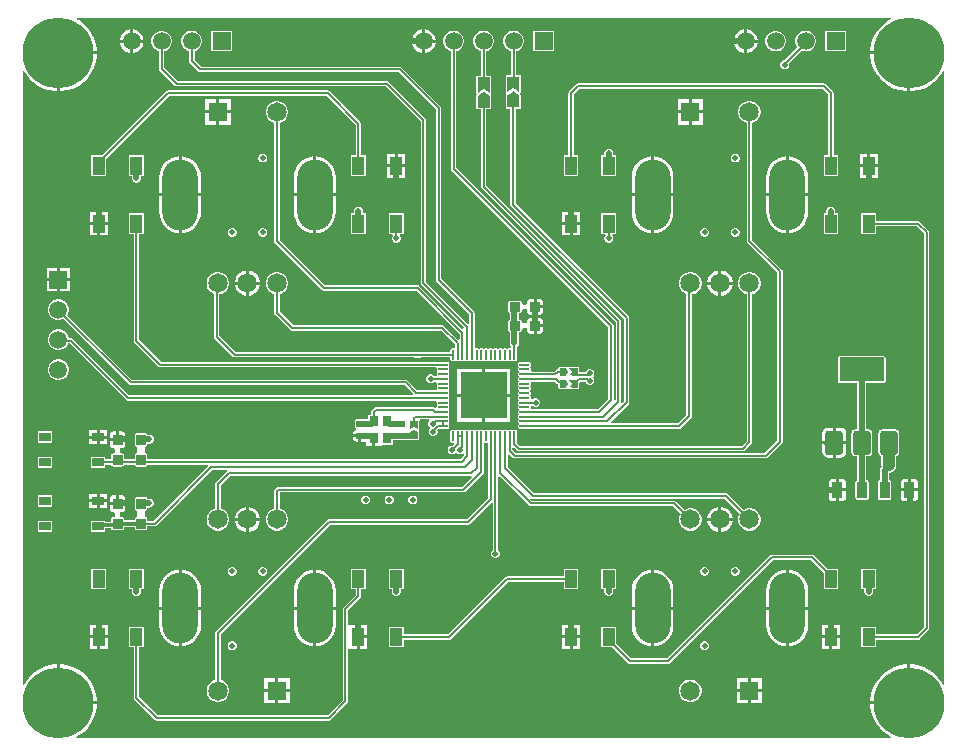
<source format=gtl>
G04*
G04 #@! TF.GenerationSoftware,Altium Limited,Altium Designer,23.4.1 (23)*
G04*
G04 Layer_Physical_Order=1*
G04 Layer_Color=255*
%FSLAX44Y44*%
%MOMM*%
G71*
G04*
G04 #@! TF.SameCoordinates,68BC9408-1245-4EE3-B557-EFF58EF5A4C6*
G04*
G04*
G04 #@! TF.FilePolarity,Positive*
G04*
G01*
G75*
%ADD10C,0.2000*%
G04:AMPARAMS|DCode=30|XSize=0.9mm|YSize=0.8mm|CornerRadius=0.06mm|HoleSize=0mm|Usage=FLASHONLY|Rotation=270.000|XOffset=0mm|YOffset=0mm|HoleType=Round|Shape=RoundedRectangle|*
%AMROUNDEDRECTD30*
21,1,0.9000,0.6800,0,0,270.0*
21,1,0.7800,0.8000,0,0,270.0*
1,1,0.1200,-0.3400,-0.3900*
1,1,0.1200,-0.3400,0.3900*
1,1,0.1200,0.3400,0.3900*
1,1,0.1200,0.3400,-0.3900*
%
%ADD30ROUNDEDRECTD30*%
G04:AMPARAMS|DCode=31|XSize=1.5mm|YSize=2mm|CornerRadius=0.1875mm|HoleSize=0mm|Usage=FLASHONLY|Rotation=0.000|XOffset=0mm|YOffset=0mm|HoleType=Round|Shape=RoundedRectangle|*
%AMROUNDEDRECTD31*
21,1,1.5000,1.6250,0,0,0.0*
21,1,1.1250,2.0000,0,0,0.0*
1,1,0.3750,0.5625,-0.8125*
1,1,0.3750,-0.5625,-0.8125*
1,1,0.3750,-0.5625,0.8125*
1,1,0.3750,0.5625,0.8125*
%
%ADD31ROUNDEDRECTD31*%
G04:AMPARAMS|DCode=32|XSize=3.8mm|YSize=2mm|CornerRadius=0.05mm|HoleSize=0mm|Usage=FLASHONLY|Rotation=0.000|XOffset=0mm|YOffset=0mm|HoleType=Round|Shape=RoundedRectangle|*
%AMROUNDEDRECTD32*
21,1,3.8000,1.9000,0,0,0.0*
21,1,3.7000,2.0000,0,0,0.0*
1,1,0.1000,1.8500,-0.9500*
1,1,0.1000,-1.8500,-0.9500*
1,1,0.1000,-1.8500,0.9500*
1,1,0.1000,1.8500,0.9500*
%
%ADD32ROUNDEDRECTD32*%
G04:AMPARAMS|DCode=33|XSize=0.9mm|YSize=1.4mm|CornerRadius=0.0675mm|HoleSize=0mm|Usage=FLASHONLY|Rotation=0.000|XOffset=0mm|YOffset=0mm|HoleType=Round|Shape=RoundedRectangle|*
%AMROUNDEDRECTD33*
21,1,0.9000,1.2650,0,0,0.0*
21,1,0.7650,1.4000,0,0,0.0*
1,1,0.1350,0.3825,-0.6325*
1,1,0.1350,-0.3825,-0.6325*
1,1,0.1350,-0.3825,0.6325*
1,1,0.1350,0.3825,0.6325*
%
%ADD33ROUNDEDRECTD33*%
%ADD34R,0.8000X0.9000*%
G04:AMPARAMS|DCode=35|XSize=0.5mm|YSize=0.6mm|CornerRadius=0.0375mm|HoleSize=0mm|Usage=FLASHONLY|Rotation=270.000|XOffset=0mm|YOffset=0mm|HoleType=Round|Shape=RoundedRectangle|*
%AMROUNDEDRECTD35*
21,1,0.5000,0.5250,0,0,270.0*
21,1,0.4250,0.6000,0,0,270.0*
1,1,0.0750,-0.2625,-0.2125*
1,1,0.0750,-0.2625,0.2125*
1,1,0.0750,0.2625,0.2125*
1,1,0.0750,0.2625,-0.2125*
%
%ADD35ROUNDEDRECTD35*%
G04:AMPARAMS|DCode=36|XSize=0.81mm|YSize=0.22mm|CornerRadius=0.0275mm|HoleSize=0mm|Usage=FLASHONLY|Rotation=90.000|XOffset=0mm|YOffset=0mm|HoleType=Round|Shape=RoundedRectangle|*
%AMROUNDEDRECTD36*
21,1,0.8100,0.1650,0,0,90.0*
21,1,0.7550,0.2200,0,0,90.0*
1,1,0.0550,0.0825,0.3775*
1,1,0.0550,0.0825,-0.3775*
1,1,0.0550,-0.0825,-0.3775*
1,1,0.0550,-0.0825,0.3775*
%
%ADD36ROUNDEDRECTD36*%
G04:AMPARAMS|DCode=37|XSize=0.22mm|YSize=0.81mm|CornerRadius=0.0275mm|HoleSize=0mm|Usage=FLASHONLY|Rotation=90.000|XOffset=0mm|YOffset=0mm|HoleType=Round|Shape=RoundedRectangle|*
%AMROUNDEDRECTD37*
21,1,0.2200,0.7550,0,0,90.0*
21,1,0.1650,0.8100,0,0,90.0*
1,1,0.0550,0.3775,0.0825*
1,1,0.0550,0.3775,-0.0825*
1,1,0.0550,-0.3775,-0.0825*
1,1,0.0550,-0.3775,0.0825*
%
%ADD37ROUNDEDRECTD37*%
%ADD38R,0.9906X0.7112*%
%ADD39R,1.0000X1.5000*%
G04:AMPARAMS|DCode=40|XSize=0.9mm|YSize=0.8mm|CornerRadius=0.06mm|HoleSize=0mm|Usage=FLASHONLY|Rotation=180.000|XOffset=0mm|YOffset=0mm|HoleType=Round|Shape=RoundedRectangle|*
%AMROUNDEDRECTD40*
21,1,0.9000,0.6800,0,0,180.0*
21,1,0.7800,0.8000,0,0,180.0*
1,1,0.1200,-0.3900,0.3400*
1,1,0.1200,0.3900,0.3400*
1,1,0.1200,0.3900,-0.3400*
1,1,0.1200,-0.3900,-0.3400*
%
%ADD40ROUNDEDRECTD40*%
G04:AMPARAMS|DCode=41|XSize=0.5mm|YSize=0.6mm|CornerRadius=0.0375mm|HoleSize=0mm|Usage=FLASHONLY|Rotation=0.000|XOffset=0mm|YOffset=0mm|HoleType=Round|Shape=RoundedRectangle|*
%AMROUNDEDRECTD41*
21,1,0.5000,0.5250,0,0,0.0*
21,1,0.4250,0.6000,0,0,0.0*
1,1,0.0750,0.2125,-0.2625*
1,1,0.0750,-0.2125,-0.2625*
1,1,0.0750,-0.2125,0.2625*
1,1,0.0750,0.2125,0.2625*
%
%ADD41ROUNDEDRECTD41*%
%ADD65C,0.5000*%
%ADD66R,4.0000X4.0000*%
%ADD67R,1.0000X0.9000*%
%ADD68C,1.0000*%
%ADD69C,0.3000*%
%ADD70C,0.1850*%
%ADD71C,1.5000*%
%ADD72R,1.5000X1.5000*%
%ADD73R,1.6500X1.6500*%
%ADD74C,1.6500*%
%ADD75O,3.0000X6.0000*%
%ADD76R,1.5000X1.5000*%
%ADD77C,6.0000*%
%ADD78C,0.5000*%
%ADD79C,0.8000*%
G36*
X644779Y588765D02*
X642945Y587831D01*
X638802Y584820D01*
X635180Y581198D01*
X632169Y577055D01*
X629844Y572491D01*
X628261Y567620D01*
X627460Y562561D01*
Y561270D01*
X660000D01*
Y560000D01*
X661270D01*
Y527460D01*
X662561D01*
X667620Y528261D01*
X672491Y529844D01*
X677055Y532169D01*
X681198Y535180D01*
X684820Y538802D01*
X687831Y542945D01*
X688765Y544779D01*
X690000Y544483D01*
Y510000D01*
Y25517D01*
X688765Y25221D01*
X687831Y27055D01*
X684820Y31198D01*
X681198Y34820D01*
X677055Y37831D01*
X672491Y40156D01*
X667620Y41739D01*
X662561Y42540D01*
X661270D01*
Y10000D01*
X660000D01*
Y8730D01*
X627460D01*
Y7439D01*
X628261Y2380D01*
X629844Y-2491D01*
X632169Y-7055D01*
X635180Y-11198D01*
X638802Y-14820D01*
X642945Y-17831D01*
X644779Y-18765D01*
X644483Y-20000D01*
X-44483D01*
X-44779Y-18765D01*
X-42945Y-17831D01*
X-38802Y-14820D01*
X-35180Y-11198D01*
X-32169Y-7055D01*
X-29844Y-2491D01*
X-28261Y2380D01*
X-27460Y7439D01*
Y8730D01*
X-60000D01*
Y10000D01*
X-61270D01*
Y42540D01*
X-62561D01*
X-67620Y41739D01*
X-72491Y40156D01*
X-77055Y37831D01*
X-81198Y34820D01*
X-84820Y31198D01*
X-87831Y27055D01*
X-88765Y25221D01*
X-90000Y25517D01*
Y544480D01*
X-88765Y544777D01*
X-87832Y542945D01*
X-84821Y538801D01*
X-81200Y535179D01*
X-77056Y532169D01*
X-72492Y529844D01*
X-67621Y528261D01*
X-62562Y527459D01*
X-61271D01*
Y560000D01*
X-60001D01*
Y561269D01*
X-27461D01*
Y562561D01*
X-28262Y567619D01*
X-29845Y572491D01*
X-32170Y577054D01*
X-35181Y581198D01*
X-38803Y584820D01*
X-42946Y587830D01*
X-44781Y588765D01*
X-44485Y590000D01*
X644483D01*
X644779Y588765D01*
D02*
G37*
%LPC*%
G36*
X250522Y580040D02*
X250470D01*
Y571270D01*
X259240D01*
Y571322D01*
X258556Y573875D01*
X257234Y576165D01*
X255365Y578034D01*
X253075Y579356D01*
X250522Y580040D01*
D02*
G37*
G36*
X247930D02*
X247878D01*
X245325Y579356D01*
X243035Y578034D01*
X241166Y576165D01*
X239844Y573875D01*
X239160Y571322D01*
Y571270D01*
X247930D01*
Y580040D01*
D02*
G37*
G36*
X3222Y580040D02*
X3170D01*
Y571270D01*
X11940D01*
Y571322D01*
X11256Y573875D01*
X9934Y576165D01*
X8065Y578034D01*
X5776Y579356D01*
X3222Y580040D01*
D02*
G37*
G36*
X523222D02*
X523170D01*
Y571270D01*
X531940D01*
Y571322D01*
X531256Y573875D01*
X529934Y576165D01*
X528065Y578034D01*
X525776Y579356D01*
X523222Y580040D01*
D02*
G37*
G36*
X520630D02*
X520579D01*
X518025Y579356D01*
X515736Y578034D01*
X513866Y576165D01*
X512545Y573875D01*
X511860Y571322D01*
Y571270D01*
X520630D01*
Y580040D01*
D02*
G37*
G36*
X630D02*
X579D01*
X-1975Y579356D01*
X-4264Y578034D01*
X-6134Y576165D01*
X-7455Y573875D01*
X-8140Y571322D01*
Y571270D01*
X630D01*
Y580040D01*
D02*
G37*
G36*
X359549Y578750D02*
X342049D01*
Y561250D01*
X359549D01*
Y578750D01*
D02*
G37*
G36*
X606850Y578750D02*
X589350D01*
Y561250D01*
X606850D01*
Y578750D01*
D02*
G37*
G36*
X573852D02*
X571548D01*
X569322Y578154D01*
X567327Y577002D01*
X565698Y575373D01*
X564546Y573378D01*
X563950Y571152D01*
Y568848D01*
X564546Y566623D01*
X565652Y564708D01*
X554694Y553750D01*
X554254D01*
X552876Y553179D01*
X551821Y552124D01*
X551250Y550746D01*
Y549254D01*
X551821Y547876D01*
X552876Y546821D01*
X554254Y546250D01*
X555746D01*
X557124Y546821D01*
X558179Y547876D01*
X558750Y549254D01*
Y550746D01*
X558583Y551150D01*
X569295Y561862D01*
X569322Y561847D01*
X571548Y561250D01*
X573852D01*
X576077Y561847D01*
X578072Y562998D01*
X579701Y564627D01*
X580853Y566623D01*
X581450Y568848D01*
Y571152D01*
X580853Y573378D01*
X579701Y575373D01*
X578072Y577002D01*
X576077Y578154D01*
X573852Y578750D01*
D02*
G37*
G36*
X86850D02*
X69350D01*
Y561250D01*
X86850D01*
Y578750D01*
D02*
G37*
G36*
X548452Y578750D02*
X546148D01*
X543923Y578153D01*
X541928Y577002D01*
X540299Y575373D01*
X539147Y573377D01*
X538550Y571152D01*
Y568848D01*
X539147Y566622D01*
X540299Y564627D01*
X541928Y562998D01*
X543923Y561846D01*
X546148Y561250D01*
X548452D01*
X550678Y561846D01*
X552673Y562998D01*
X554302Y564627D01*
X555454Y566622D01*
X556050Y568848D01*
Y571152D01*
X555454Y573377D01*
X554302Y575373D01*
X552673Y577002D01*
X550678Y578153D01*
X548452Y578750D01*
D02*
G37*
G36*
X259240Y568730D02*
X250470D01*
Y559960D01*
X250522D01*
X253075Y560644D01*
X255365Y561966D01*
X257234Y563835D01*
X258556Y566125D01*
X259240Y568678D01*
Y568730D01*
D02*
G37*
G36*
X247930D02*
X239160D01*
Y568678D01*
X239844Y566125D01*
X241166Y563835D01*
X243035Y561966D01*
X245325Y560644D01*
X247878Y559960D01*
X247930D01*
Y568730D01*
D02*
G37*
G36*
X531940Y568730D02*
X523170D01*
Y559960D01*
X523222D01*
X525776Y560644D01*
X528065Y561966D01*
X529934Y563835D01*
X531256Y566124D01*
X531940Y568678D01*
Y568730D01*
D02*
G37*
G36*
X520630D02*
X511860D01*
Y568678D01*
X512545Y566124D01*
X513866Y563835D01*
X515736Y561966D01*
X518025Y560644D01*
X520579Y559960D01*
X520630D01*
Y568730D01*
D02*
G37*
G36*
X11940D02*
X3170D01*
Y559960D01*
X3222D01*
X5776Y560644D01*
X8065Y561966D01*
X9934Y563835D01*
X11256Y566124D01*
X11940Y568678D01*
Y568730D01*
D02*
G37*
G36*
X630D02*
X-8140D01*
Y568678D01*
X-7455Y566124D01*
X-6134Y563835D01*
X-4264Y561966D01*
X-1975Y560644D01*
X579Y559960D01*
X630D01*
Y568730D01*
D02*
G37*
G36*
X658730Y558730D02*
X627460D01*
Y557439D01*
X628261Y552380D01*
X629844Y547509D01*
X632169Y542945D01*
X635180Y538802D01*
X638802Y535180D01*
X642945Y532169D01*
X647509Y529844D01*
X652380Y528261D01*
X657439Y527460D01*
X658730D01*
Y558730D01*
D02*
G37*
G36*
X-27461Y558730D02*
X-58731D01*
Y527459D01*
X-57440D01*
X-52381Y528261D01*
X-47510Y529844D01*
X-42946Y532169D01*
X-38803Y535179D01*
X-35181Y538801D01*
X-32170Y542945D01*
X-29845Y547509D01*
X-28262Y552380D01*
X-27461Y557439D01*
Y558730D01*
D02*
G37*
G36*
X485790Y520790D02*
X476270D01*
Y511270D01*
X485790D01*
Y520790D01*
D02*
G37*
G36*
X473730D02*
X464210D01*
Y511270D01*
X473730D01*
Y520790D01*
D02*
G37*
G36*
X85790D02*
X76270D01*
Y511270D01*
X85790D01*
Y520790D01*
D02*
G37*
G36*
X73730D02*
X64210D01*
Y511270D01*
X73730D01*
Y520790D01*
D02*
G37*
G36*
X485790Y508730D02*
X476270D01*
Y499210D01*
X485790D01*
Y508730D01*
D02*
G37*
G36*
X473730D02*
X464210D01*
Y499210D01*
X473730D01*
Y508730D01*
D02*
G37*
G36*
X85790D02*
X76270D01*
Y499210D01*
X85790D01*
Y508730D01*
D02*
G37*
G36*
X73730D02*
X64210D01*
Y499210D01*
X73730D01*
Y508730D01*
D02*
G37*
G36*
X513746Y474750D02*
X512254D01*
X510876Y474179D01*
X509821Y473124D01*
X509250Y471746D01*
Y470254D01*
X509821Y468876D01*
X510876Y467821D01*
X512254Y467250D01*
X513746D01*
X515124Y467821D01*
X516179Y468876D01*
X516750Y470254D01*
Y471746D01*
X516179Y473124D01*
X515124Y474179D01*
X513746Y474750D01*
D02*
G37*
G36*
X113746D02*
X112254D01*
X110876Y474179D01*
X109821Y473124D01*
X109250Y471746D01*
Y470254D01*
X109821Y468876D01*
X110876Y467821D01*
X112254Y467250D01*
X113746D01*
X115124Y467821D01*
X116179Y468876D01*
X116750Y470254D01*
Y471746D01*
X116179Y473124D01*
X115124Y474179D01*
X113746Y474750D01*
D02*
G37*
G36*
X633540Y474540D02*
X627270D01*
Y465770D01*
X633540D01*
Y474540D01*
D02*
G37*
G36*
X624730D02*
X618460D01*
Y465770D01*
X624730D01*
Y474540D01*
D02*
G37*
G36*
X233540D02*
X227270D01*
Y465770D01*
X233540D01*
Y474540D01*
D02*
G37*
G36*
X224730D02*
X218460D01*
Y465770D01*
X224730D01*
Y474540D01*
D02*
G37*
G36*
X588000Y534294D02*
X380000D01*
X379122Y534119D01*
X378378Y533622D01*
X372378Y527622D01*
X371881Y526878D01*
X371706Y526000D01*
Y473250D01*
X367750D01*
Y455750D01*
X380250D01*
Y473250D01*
X376294D01*
Y525050D01*
X380950Y529706D01*
X587050D01*
X591706Y525050D01*
Y473250D01*
X587750D01*
Y455750D01*
X600250D01*
Y473250D01*
X596294D01*
Y526000D01*
X596119Y526878D01*
X595622Y527622D01*
X589622Y533622D01*
X588878Y534119D01*
X588000Y534294D01*
D02*
G37*
G36*
X406000Y478824D02*
X405631Y478750D01*
X405254D01*
X404906Y478606D01*
X404537Y478532D01*
X404224Y478323D01*
X403876Y478179D01*
X403610Y477913D01*
X403296Y477704D01*
X403087Y477390D01*
X402821Y477124D01*
X402677Y476776D01*
X402468Y476463D01*
X402394Y476094D01*
X402250Y475746D01*
Y475369D01*
X402177Y475000D01*
Y473250D01*
X399750D01*
Y455750D01*
X412250D01*
Y473250D01*
X409823D01*
Y475000D01*
X409750Y475369D01*
Y475746D01*
X409606Y476094D01*
X409532Y476463D01*
X409323Y476776D01*
X409179Y477124D01*
X408913Y477390D01*
X408704Y477704D01*
X408390Y477913D01*
X408124Y478179D01*
X407776Y478323D01*
X407463Y478532D01*
X407094Y478606D01*
X406746Y478750D01*
X406369D01*
X406000Y478824D01*
D02*
G37*
G36*
X168000Y528294D02*
X33000D01*
X32122Y528119D01*
X31378Y527622D01*
X-22994Y473250D01*
X-32250D01*
Y455750D01*
X-19750D01*
Y470006D01*
X33950Y523706D01*
X167050D01*
X191706Y499050D01*
Y473250D01*
X187750D01*
Y455750D01*
X200250D01*
Y473250D01*
X196294D01*
Y500000D01*
X196119Y500878D01*
X195622Y501622D01*
X169622Y527622D01*
X168878Y528119D01*
X168000Y528294D01*
D02*
G37*
G36*
X633540Y463230D02*
X627270D01*
Y454460D01*
X633540D01*
Y463230D01*
D02*
G37*
G36*
X624730D02*
X618460D01*
Y454460D01*
X624730D01*
Y463230D01*
D02*
G37*
G36*
X233540D02*
X227270D01*
Y454460D01*
X233540D01*
Y463230D01*
D02*
G37*
G36*
X224730D02*
X218460D01*
Y454460D01*
X224730D01*
Y463230D01*
D02*
G37*
G36*
X12250Y473250D02*
X-250D01*
Y455750D01*
X2176D01*
Y454000D01*
X2250Y453631D01*
Y453254D01*
X2394Y452906D01*
X2468Y452537D01*
X2677Y452224D01*
X2821Y451876D01*
X3087Y451609D01*
X3296Y451296D01*
X3609Y451087D01*
X3876Y450821D01*
X4224Y450677D01*
X4537Y450468D01*
X4906Y450394D01*
X5254Y450250D01*
X5631D01*
X6000Y450177D01*
X6369Y450250D01*
X6746D01*
X7094Y450394D01*
X7463Y450468D01*
X7776Y450677D01*
X8124Y450821D01*
X8390Y451087D01*
X8704Y451296D01*
X8913Y451609D01*
X9179Y451876D01*
X9323Y452224D01*
X9532Y452537D01*
X9606Y452906D01*
X9750Y453254D01*
Y453631D01*
X9823Y454000D01*
Y455750D01*
X12250D01*
Y473250D01*
D02*
G37*
G36*
X158270Y472500D02*
Y441270D01*
X174625D01*
Y455000D01*
X174286Y458438D01*
X173283Y461745D01*
X171654Y464792D01*
X169463Y467463D01*
X166792Y469655D01*
X163745Y471283D01*
X160438Y472286D01*
X158270Y472500D01*
D02*
G37*
G36*
X44270D02*
Y441270D01*
X60625D01*
Y455000D01*
X60286Y458438D01*
X59283Y461745D01*
X57655Y464792D01*
X55463Y467463D01*
X52792Y469655D01*
X49745Y471283D01*
X46438Y472286D01*
X44270Y472500D01*
D02*
G37*
G36*
X155730D02*
X153561Y472286D01*
X150255Y471283D01*
X147208Y469655D01*
X144537Y467463D01*
X142346Y464792D01*
X140717Y461745D01*
X139714Y458438D01*
X139375Y455000D01*
Y441270D01*
X155730D01*
Y472500D01*
D02*
G37*
G36*
X41730D02*
X39562Y472286D01*
X36255Y471283D01*
X33208Y469655D01*
X30537Y467463D01*
X28345Y464792D01*
X26717Y461745D01*
X25714Y458438D01*
X25375Y455000D01*
Y441270D01*
X41730D01*
Y472500D01*
D02*
G37*
G36*
X558270D02*
Y441270D01*
X574625D01*
Y455000D01*
X574286Y458438D01*
X573283Y461745D01*
X571655Y464792D01*
X569463Y467463D01*
X566792Y469655D01*
X563745Y471283D01*
X560438Y472286D01*
X558270Y472500D01*
D02*
G37*
G36*
X444270D02*
Y441270D01*
X460625D01*
Y455000D01*
X460286Y458438D01*
X459283Y461745D01*
X457654Y464792D01*
X455463Y467463D01*
X452792Y469655D01*
X449745Y471283D01*
X446438Y472286D01*
X444270Y472500D01*
D02*
G37*
G36*
X555730Y472500D02*
X553562Y472286D01*
X550255Y471283D01*
X547208Y469655D01*
X544537Y467463D01*
X542345Y464792D01*
X540717Y461745D01*
X539714Y458438D01*
X539375Y455000D01*
Y441270D01*
X555730D01*
Y472500D01*
D02*
G37*
G36*
X441730D02*
X439562Y472286D01*
X436255Y471283D01*
X433208Y469655D01*
X430537Y467463D01*
X428345Y464792D01*
X426717Y461745D01*
X425714Y458438D01*
X425375Y455000D01*
Y441270D01*
X441730D01*
Y472500D01*
D02*
G37*
G36*
X381540Y425540D02*
X375270D01*
Y416770D01*
X381540D01*
Y425540D01*
D02*
G37*
G36*
X-18460D02*
X-24730D01*
Y416770D01*
X-18460D01*
Y425540D01*
D02*
G37*
G36*
X372730D02*
X366460D01*
Y416770D01*
X372730D01*
Y425540D01*
D02*
G37*
G36*
X-27270D02*
X-33540D01*
Y416770D01*
X-27270D01*
Y425540D01*
D02*
G37*
G36*
X574625Y438730D02*
X558270D01*
Y407500D01*
X560438Y407714D01*
X563745Y408717D01*
X566792Y410345D01*
X569463Y412537D01*
X571655Y415208D01*
X573283Y418255D01*
X574286Y421562D01*
X574625Y425000D01*
Y438730D01*
D02*
G37*
G36*
X460625D02*
X444270D01*
Y407500D01*
X446438Y407714D01*
X449745Y408717D01*
X452792Y410345D01*
X455463Y412537D01*
X457654Y415208D01*
X459283Y418255D01*
X460286Y421562D01*
X460625Y425000D01*
Y438730D01*
D02*
G37*
G36*
X174625Y438730D02*
X158270D01*
Y407500D01*
X160438Y407714D01*
X163745Y408717D01*
X166792Y410345D01*
X169463Y412537D01*
X171654Y415208D01*
X173283Y418255D01*
X174286Y421562D01*
X174625Y425000D01*
Y438730D01*
D02*
G37*
G36*
X60625D02*
X44270D01*
Y407500D01*
X46438Y407714D01*
X49745Y408717D01*
X52792Y410345D01*
X55463Y412537D01*
X57655Y415208D01*
X59283Y418255D01*
X60286Y421562D01*
X60625Y425000D01*
Y438730D01*
D02*
G37*
G36*
X41730D02*
X25375D01*
Y425000D01*
X25714Y421562D01*
X26717Y418255D01*
X28345Y415208D01*
X30537Y412537D01*
X33208Y410345D01*
X36255Y408717D01*
X39562Y407714D01*
X41730Y407500D01*
Y438730D01*
D02*
G37*
G36*
X155730D02*
X139375D01*
Y425000D01*
X139714Y421562D01*
X140717Y418255D01*
X142346Y415208D01*
X144537Y412537D01*
X147208Y410345D01*
X150255Y408717D01*
X153561Y407714D01*
X155730Y407500D01*
Y438730D01*
D02*
G37*
G36*
X555730Y438730D02*
X539375D01*
Y425000D01*
X539714Y421562D01*
X540717Y418255D01*
X542345Y415208D01*
X544537Y412537D01*
X547208Y410345D01*
X550255Y408717D01*
X553562Y407714D01*
X555730Y407500D01*
Y438730D01*
D02*
G37*
G36*
X441730D02*
X425375D01*
Y425000D01*
X425714Y421562D01*
X426717Y418255D01*
X428345Y415208D01*
X430537Y412537D01*
X433208Y410345D01*
X436255Y408717D01*
X439562Y407714D01*
X441730Y407500D01*
Y438730D01*
D02*
G37*
G36*
X594000Y429823D02*
X593631Y429750D01*
X593254D01*
X592906Y429606D01*
X592537Y429532D01*
X592224Y429323D01*
X591876Y429179D01*
X591610Y428913D01*
X591296Y428704D01*
X591087Y428390D01*
X590821Y428124D01*
X590677Y427776D01*
X590468Y427463D01*
X590394Y427094D01*
X590250Y426746D01*
Y426369D01*
X590177Y426000D01*
Y424250D01*
X587750D01*
Y406750D01*
X600250D01*
Y424250D01*
X597823D01*
Y426000D01*
X597750Y426369D01*
Y426746D01*
X597606Y427094D01*
X597532Y427463D01*
X597323Y427776D01*
X597179Y428124D01*
X596913Y428390D01*
X596704Y428704D01*
X596390Y428913D01*
X596124Y429179D01*
X595776Y429323D01*
X595463Y429532D01*
X595094Y429606D01*
X594746Y429750D01*
X594369D01*
X594000Y429823D01*
D02*
G37*
G36*
X194000D02*
X193631Y429750D01*
X193254D01*
X192906Y429606D01*
X192537Y429532D01*
X192224Y429323D01*
X191876Y429179D01*
X191610Y428913D01*
X191296Y428704D01*
X191087Y428390D01*
X190821Y428124D01*
X190677Y427776D01*
X190468Y427463D01*
X190394Y427094D01*
X190250Y426746D01*
Y426369D01*
X190177Y426000D01*
Y424250D01*
X187750D01*
Y406750D01*
X200250D01*
Y424250D01*
X197824D01*
Y426000D01*
X197750Y426369D01*
Y426746D01*
X197606Y427094D01*
X197532Y427463D01*
X197323Y427776D01*
X197179Y428124D01*
X196913Y428390D01*
X196704Y428704D01*
X196390Y428913D01*
X196124Y429179D01*
X195776Y429323D01*
X195463Y429532D01*
X195094Y429606D01*
X194746Y429750D01*
X194369D01*
X194000Y429823D01*
D02*
G37*
G36*
X381540Y414230D02*
X375270D01*
Y405460D01*
X381540D01*
Y414230D01*
D02*
G37*
G36*
X372730D02*
X366460D01*
Y405460D01*
X372730D01*
Y414230D01*
D02*
G37*
G36*
X-18460D02*
X-24730D01*
Y405460D01*
X-18460D01*
Y414230D01*
D02*
G37*
G36*
X-27270D02*
X-33540D01*
Y405460D01*
X-27270D01*
Y414230D01*
D02*
G37*
G36*
X513746Y411750D02*
X512254D01*
X510876Y411179D01*
X509821Y410124D01*
X509250Y408746D01*
Y407254D01*
X509821Y405876D01*
X510876Y404821D01*
X512254Y404250D01*
X513746D01*
X515124Y404821D01*
X516179Y405876D01*
X516750Y407254D01*
Y408746D01*
X516179Y410124D01*
X515124Y411179D01*
X513746Y411750D01*
D02*
G37*
G36*
X487746D02*
X486254D01*
X484876Y411179D01*
X483821Y410124D01*
X483250Y408746D01*
Y407254D01*
X483821Y405876D01*
X484876Y404821D01*
X486254Y404250D01*
X487746D01*
X489124Y404821D01*
X490179Y405876D01*
X490750Y407254D01*
Y408746D01*
X490179Y410124D01*
X489124Y411179D01*
X487746Y411750D01*
D02*
G37*
G36*
X113746D02*
X112254D01*
X110876Y411179D01*
X109821Y410124D01*
X109250Y408746D01*
Y407254D01*
X109821Y405876D01*
X110876Y404821D01*
X112254Y404250D01*
X113746D01*
X115124Y404821D01*
X116179Y405876D01*
X116750Y407254D01*
Y408746D01*
X116179Y410124D01*
X115124Y411179D01*
X113746Y411750D01*
D02*
G37*
G36*
X87746D02*
X86254D01*
X84876Y411179D01*
X83821Y410124D01*
X83250Y408746D01*
Y407254D01*
X83821Y405876D01*
X84876Y404821D01*
X86254Y404250D01*
X87746D01*
X89124Y404821D01*
X90179Y405876D01*
X90750Y407254D01*
Y408746D01*
X90179Y410124D01*
X89124Y411179D01*
X87746Y411750D01*
D02*
G37*
G36*
X412250Y424250D02*
X399750D01*
Y406750D01*
X402651D01*
X403177Y405480D01*
X402821Y405124D01*
X402250Y403746D01*
Y402254D01*
X402821Y400876D01*
X403876Y399821D01*
X405254Y399250D01*
X406746D01*
X408124Y399821D01*
X409179Y400876D01*
X409750Y402254D01*
Y403746D01*
X409179Y405124D01*
X408823Y405480D01*
X409349Y406750D01*
X412250D01*
Y424250D01*
D02*
G37*
G36*
X232250D02*
X219750D01*
Y406750D01*
X222651D01*
X223177Y405480D01*
X222821Y405124D01*
X222250Y403746D01*
Y402254D01*
X222821Y400876D01*
X223876Y399821D01*
X225254Y399250D01*
X226746D01*
X228124Y399821D01*
X229179Y400876D01*
X229750Y402254D01*
Y403746D01*
X229179Y405124D01*
X228823Y405480D01*
X229349Y406750D01*
X232250D01*
Y424250D01*
D02*
G37*
G36*
X-49960Y378140D02*
X-58730D01*
Y369370D01*
X-49960D01*
Y378140D01*
D02*
G37*
G36*
X-61270D02*
X-70040D01*
Y369370D01*
X-61270D01*
Y378140D01*
D02*
G37*
G36*
X501421Y375790D02*
X501270D01*
Y366270D01*
X510790D01*
Y366421D01*
X510055Y369165D01*
X508634Y371625D01*
X506625Y373634D01*
X504165Y375055D01*
X501421Y375790D01*
D02*
G37*
G36*
X498730D02*
X498579D01*
X495835Y375055D01*
X493375Y373634D01*
X491366Y371625D01*
X489945Y369165D01*
X489210Y366421D01*
Y366270D01*
X498730D01*
Y375790D01*
D02*
G37*
G36*
X101420D02*
X101270D01*
Y366270D01*
X110790D01*
Y366421D01*
X110055Y369165D01*
X108634Y371625D01*
X106625Y373634D01*
X104165Y375055D01*
X101420Y375790D01*
D02*
G37*
G36*
X98730D02*
X98580D01*
X95835Y375055D01*
X93375Y373634D01*
X91366Y371625D01*
X89945Y369165D01*
X89210Y366421D01*
Y366270D01*
X98730D01*
Y375790D01*
D02*
G37*
G36*
X-49960Y366830D02*
X-58730D01*
Y358060D01*
X-49960D01*
Y366830D01*
D02*
G37*
G36*
X-61270D02*
X-70040D01*
Y358060D01*
X-61270D01*
Y366830D01*
D02*
G37*
G36*
X510790Y363730D02*
X501270D01*
Y354210D01*
X501421D01*
X504165Y354945D01*
X506625Y356366D01*
X508634Y358375D01*
X510055Y360835D01*
X510790Y363579D01*
Y363730D01*
D02*
G37*
G36*
X498730D02*
X489210D01*
Y363579D01*
X489945Y360835D01*
X491366Y358375D01*
X493375Y356366D01*
X495835Y354945D01*
X498579Y354210D01*
X498730D01*
Y363730D01*
D02*
G37*
G36*
X110790D02*
X101270D01*
Y354210D01*
X101420D01*
X104165Y354945D01*
X106625Y356366D01*
X108634Y358375D01*
X110055Y360835D01*
X110790Y363579D01*
Y363730D01*
D02*
G37*
G36*
X98730D02*
X89210D01*
Y363579D01*
X89945Y360835D01*
X91366Y358375D01*
X93375Y356366D01*
X95835Y354945D01*
X98580Y354210D01*
X98730D01*
Y363730D01*
D02*
G37*
G36*
X347400Y351601D02*
X344770D01*
Y346270D01*
X350602D01*
Y348400D01*
X350358Y349625D01*
X349664Y350664D01*
X348625Y351358D01*
X347400Y351601D01*
D02*
G37*
G36*
X350602Y343730D02*
X344770D01*
Y338399D01*
X347400D01*
X348625Y338642D01*
X349664Y339336D01*
X350358Y340375D01*
X350602Y341600D01*
Y343730D01*
D02*
G37*
G36*
X53852Y578750D02*
X51548D01*
X49322Y578154D01*
X47327Y577002D01*
X45698Y575373D01*
X44546Y573378D01*
X43950Y571152D01*
Y568848D01*
X44546Y566623D01*
X45698Y564627D01*
X47327Y562998D01*
X49322Y561847D01*
X50706Y561476D01*
Y553000D01*
X50880Y552122D01*
X51378Y551378D01*
X58378Y544378D01*
X59122Y543881D01*
X60000Y543706D01*
X228050D01*
X259706Y512050D01*
Y368000D01*
X259881Y367122D01*
X260378Y366378D01*
X287706Y339050D01*
Y331334D01*
X286436Y330808D01*
X251294Y365950D01*
Y503000D01*
X251119Y503878D01*
X250622Y504622D01*
X219622Y535622D01*
X218878Y536119D01*
X218000Y536294D01*
X40950D01*
X29595Y547650D01*
Y561556D01*
X30678Y561846D01*
X32673Y562998D01*
X34302Y564627D01*
X35454Y566622D01*
X36050Y568848D01*
Y571152D01*
X35454Y573377D01*
X34302Y575373D01*
X32673Y577002D01*
X30678Y578153D01*
X28452Y578750D01*
X26148D01*
X23923Y578153D01*
X21928Y577002D01*
X20299Y575373D01*
X19147Y573377D01*
X18550Y571152D01*
Y568848D01*
X19147Y566622D01*
X20299Y564627D01*
X21928Y562998D01*
X23923Y561846D01*
X25006Y561556D01*
Y546700D01*
X25181Y545822D01*
X25678Y545078D01*
X38378Y532378D01*
X39122Y531880D01*
X40000Y531706D01*
X217050D01*
X246706Y502050D01*
Y365000D01*
X246881Y364122D01*
X247378Y363378D01*
X283248Y327508D01*
X283157Y326883D01*
X281808Y326436D01*
X245624Y362620D01*
X244880Y363117D01*
X244002Y363292D01*
X165952D01*
X127294Y401950D01*
Y500780D01*
X128667Y501147D01*
X130833Y502398D01*
X132602Y504167D01*
X133853Y506333D01*
X134500Y508749D01*
Y511251D01*
X133853Y513667D01*
X132602Y515833D01*
X130833Y517602D01*
X128667Y518853D01*
X126251Y519500D01*
X123749D01*
X121333Y518853D01*
X119167Y517602D01*
X117398Y515833D01*
X116147Y513667D01*
X115500Y511251D01*
Y508749D01*
X116147Y506333D01*
X117398Y504167D01*
X119167Y502398D01*
X121333Y501147D01*
X122706Y500780D01*
Y401000D01*
X122881Y400122D01*
X123378Y399378D01*
X163380Y359376D01*
X164124Y358879D01*
X165002Y358704D01*
X243052D01*
X279706Y322050D01*
Y317459D01*
X278436Y316933D01*
X266746Y328622D01*
X266002Y329119D01*
X265124Y329294D01*
X139058D01*
X127294Y341058D01*
Y355780D01*
X128667Y356147D01*
X130833Y357398D01*
X132602Y359167D01*
X133853Y361333D01*
X134500Y363749D01*
Y366251D01*
X133853Y368667D01*
X132602Y370833D01*
X130833Y372602D01*
X128667Y373853D01*
X126251Y374500D01*
X123749D01*
X121333Y373853D01*
X119167Y372602D01*
X117398Y370833D01*
X116147Y368667D01*
X115500Y366251D01*
Y363749D01*
X116147Y361333D01*
X117398Y359167D01*
X119167Y357398D01*
X121333Y356147D01*
X122706Y355780D01*
Y340108D01*
X122881Y339230D01*
X123378Y338485D01*
X136486Y325378D01*
X137230Y324881D01*
X138108Y324706D01*
X264174D01*
X275706Y313174D01*
Y310464D01*
X274825Y309876D01*
X273175D01*
X272008Y309392D01*
X271524Y308225D01*
Y306744D01*
X246168D01*
X245290Y306569D01*
X245252Y306544D01*
X242748D01*
X242710Y306569D01*
X241833Y306744D01*
X90228D01*
X76294Y320678D01*
Y355512D01*
X78667Y356147D01*
X80833Y357398D01*
X82602Y359167D01*
X83853Y361333D01*
X84500Y363749D01*
Y366251D01*
X83853Y368667D01*
X82602Y370833D01*
X80833Y372602D01*
X78667Y373853D01*
X76251Y374500D01*
X73749D01*
X71333Y373853D01*
X69167Y372602D01*
X67398Y370833D01*
X66147Y368667D01*
X65500Y366251D01*
Y363749D01*
X66147Y361333D01*
X67398Y359167D01*
X69167Y357398D01*
X71333Y356147D01*
X71706Y356048D01*
Y319727D01*
X71881Y318850D01*
X72378Y318105D01*
X87655Y302828D01*
X88400Y302330D01*
X89277Y302156D01*
X241117D01*
X241155Y302131D01*
X242033Y301956D01*
X245968D01*
X246845Y302131D01*
X246883Y302156D01*
X271524D01*
Y300675D01*
X272008Y299508D01*
X273175Y299024D01*
X274825D01*
X275992Y299508D01*
X276008Y299508D01*
X277175Y299024D01*
X278825D01*
X279992Y299508D01*
X280008Y299508D01*
X281175Y299024D01*
X282825D01*
X283992Y299508D01*
X284008Y299508D01*
X285175Y299024D01*
X286825D01*
X287992Y299508D01*
X288008Y299508D01*
X289175Y299024D01*
X290825D01*
X291992Y299508D01*
X292008Y299508D01*
X293175Y299024D01*
X294825D01*
X295992Y299508D01*
X296008Y299508D01*
X297175Y299024D01*
X298825D01*
X299992Y299508D01*
X300008Y299508D01*
X301175Y299024D01*
X302825D01*
X303992Y299508D01*
X304008Y299508D01*
X305175Y299024D01*
X306825D01*
X307992Y299508D01*
X308008Y299508D01*
X309175Y299024D01*
X310825D01*
X311992Y299508D01*
X312008Y299508D01*
X313175Y299024D01*
X314825D01*
X315992Y299508D01*
X316008Y299508D01*
X317175Y299024D01*
X318825D01*
X319992Y299508D01*
X320008Y299508D01*
X321175Y299024D01*
X322825D01*
X323992Y299508D01*
X324008Y299508D01*
X325175Y299024D01*
X326825D01*
X327992Y299508D01*
X328476Y300675D01*
Y308225D01*
X328294Y308663D01*
Y310991D01*
X328391Y311087D01*
X328704Y311296D01*
X328913Y311610D01*
X329179Y311876D01*
X329323Y312224D01*
X329532Y312537D01*
X329606Y312906D01*
X329750Y313254D01*
Y313631D01*
X329823Y314000D01*
Y323714D01*
X330400D01*
X331122Y323857D01*
X331734Y324266D01*
X332143Y324878D01*
X332286Y325600D01*
Y326026D01*
X333000Y327000D01*
X333556Y327000D01*
X336399D01*
Y325600D01*
X336642Y324375D01*
X337336Y323336D01*
X338375Y322642D01*
X339600Y322398D01*
X342230D01*
Y329000D01*
Y335602D01*
X339600D01*
X338375Y335358D01*
X337336Y334664D01*
X336642Y333625D01*
X336399Y332400D01*
Y331898D01*
X335500Y331000D01*
X333000Y331000D01*
X332286Y331974D01*
Y332400D01*
X332143Y333122D01*
X331734Y333734D01*
X331122Y334143D01*
X330400Y334286D01*
X329823D01*
Y339714D01*
X330400D01*
X331122Y339857D01*
X331734Y340266D01*
X332143Y340878D01*
X332286Y341600D01*
Y342026D01*
X333000Y343000D01*
X333556Y343000D01*
X336399D01*
Y341600D01*
X336642Y340375D01*
X337336Y339336D01*
X338375Y338642D01*
X339600Y338399D01*
X342230D01*
Y345000D01*
Y351601D01*
X339600D01*
X338375Y351358D01*
X337336Y350664D01*
X336642Y349625D01*
X336399Y348400D01*
Y347898D01*
X335500Y347000D01*
X333000Y347000D01*
X332286Y347974D01*
Y348400D01*
X332143Y349122D01*
X331734Y349734D01*
X331122Y350143D01*
X330400Y350286D01*
X322600D01*
X321878Y350143D01*
X321266Y349734D01*
X320857Y349122D01*
X320714Y348400D01*
Y341600D01*
X320857Y340878D01*
X321266Y340266D01*
X321878Y339857D01*
X322177Y339798D01*
Y334202D01*
X321878Y334143D01*
X321266Y333734D01*
X320857Y333122D01*
X320714Y332400D01*
Y325600D01*
X320857Y324878D01*
X321266Y324266D01*
X321878Y323857D01*
X322177Y323798D01*
Y314000D01*
X322250Y313631D01*
Y313254D01*
X322394Y312906D01*
X322468Y312537D01*
X322677Y312224D01*
X322821Y311876D01*
X323087Y311610D01*
X323296Y311296D01*
X323024Y310014D01*
X323019Y310005D01*
X322825Y309876D01*
X321175D01*
X320008Y309392D01*
X319992Y309392D01*
X318825Y309876D01*
X317175D01*
X316008Y309392D01*
X315992Y309392D01*
X314825Y309876D01*
X313175D01*
X312008Y309392D01*
X311992Y309392D01*
X310825Y309876D01*
X309175D01*
X308008Y309392D01*
X307992Y309392D01*
X306825Y309876D01*
X305175D01*
X304008Y309392D01*
X303992Y309392D01*
X302825Y309876D01*
X301175D01*
X300008Y309392D01*
X299992Y309392D01*
X298825Y309876D01*
X297175D01*
X296008Y309392D01*
X295992Y309392D01*
X294825Y309876D01*
X293175D01*
X292294Y310464D01*
Y340000D01*
X292120Y340878D01*
X291622Y341622D01*
X264294Y368950D01*
Y513000D01*
X264119Y513878D01*
X263622Y514622D01*
X230622Y547622D01*
X229878Y548120D01*
X229000Y548294D01*
X60950D01*
X55294Y553950D01*
Y561637D01*
X56077Y561847D01*
X58072Y562998D01*
X59701Y564627D01*
X60853Y566623D01*
X61450Y568848D01*
Y571152D01*
X60853Y573378D01*
X59701Y575373D01*
X58072Y577002D01*
X56077Y578154D01*
X53852Y578750D01*
D02*
G37*
G36*
X347400Y335602D02*
X344770D01*
Y330270D01*
X350602D01*
Y332400D01*
X350358Y333625D01*
X349664Y334664D01*
X348625Y335358D01*
X347400Y335602D01*
D02*
G37*
G36*
X350602Y327730D02*
X344770D01*
Y322398D01*
X347400D01*
X348625Y322642D01*
X349664Y323336D01*
X350358Y324375D01*
X350602Y325600D01*
Y327730D01*
D02*
G37*
G36*
X12250Y424250D02*
X-250D01*
Y406750D01*
X3706D01*
Y316347D01*
X3880Y315469D01*
X4378Y314725D01*
X24725Y294378D01*
X25470Y293881D01*
X26347Y293706D01*
X259536D01*
X260124Y292825D01*
Y291175D01*
X260608Y290008D01*
X260608Y289992D01*
X260124Y288825D01*
Y287175D01*
X259536Y286294D01*
X258009D01*
X257124Y287179D01*
X255746Y287750D01*
X254254D01*
X252876Y287179D01*
X251821Y286124D01*
X251250Y284746D01*
Y283254D01*
X251821Y281876D01*
X252876Y280821D01*
X254254Y280250D01*
X255746D01*
X257124Y280821D01*
X258009Y281706D01*
X259536D01*
X260124Y280825D01*
Y279175D01*
X260608Y278008D01*
X260608Y277992D01*
X260124Y276825D01*
Y275175D01*
X259536Y274294D01*
X243950D01*
X235622Y282622D01*
X234878Y283119D01*
X234000Y283294D01*
X2650D01*
X-52407Y338351D01*
X-51846Y339322D01*
X-51250Y341548D01*
Y343852D01*
X-51846Y346077D01*
X-52998Y348072D01*
X-54628Y349701D01*
X-56623Y350853D01*
X-58848Y351450D01*
X-61152D01*
X-63378Y350853D01*
X-65373Y349701D01*
X-67002Y348072D01*
X-68154Y346077D01*
X-68750Y343852D01*
Y341548D01*
X-68154Y339322D01*
X-67002Y337327D01*
X-65373Y335698D01*
X-63378Y334546D01*
X-61152Y333950D01*
X-58848D01*
X-56623Y334546D01*
X-55651Y335107D01*
X77Y279378D01*
X821Y278881D01*
X1699Y278706D01*
X233050D01*
X240192Y271564D01*
X239666Y270294D01*
X-50D01*
X-47878Y318122D01*
X-48622Y318619D01*
X-49500Y318794D01*
X-51341D01*
X-51846Y320678D01*
X-52998Y322673D01*
X-54627Y324302D01*
X-56622Y325454D01*
X-58848Y326050D01*
X-61152D01*
X-63377Y325454D01*
X-65373Y324302D01*
X-67002Y322673D01*
X-68154Y320678D01*
X-68750Y318452D01*
Y316148D01*
X-68154Y313923D01*
X-67002Y311928D01*
X-65373Y310299D01*
X-63377Y309147D01*
X-61152Y308550D01*
X-58848D01*
X-56622Y309147D01*
X-54627Y310299D01*
X-52998Y311928D01*
X-51846Y313923D01*
X-51770Y314206D01*
X-50450D01*
X-2622Y266378D01*
X-1878Y265881D01*
X-1000Y265706D01*
X259536D01*
X260124Y264825D01*
Y263175D01*
X260608Y262008D01*
X260608Y261992D01*
X260124Y260825D01*
Y259916D01*
X258854Y259390D01*
X258622Y259622D01*
X257878Y260119D01*
X257000Y260294D01*
X209000D01*
X208122Y260119D01*
X207378Y259622D01*
X205378Y257622D01*
X204881Y256878D01*
X204706Y256000D01*
Y253750D01*
X201750D01*
Y249823D01*
X195000D01*
X194791Y249782D01*
X192375D01*
X191741Y249656D01*
X191203Y249297D01*
X190844Y248759D01*
X190718Y248125D01*
Y243875D01*
X190844Y243241D01*
X191203Y242703D01*
X191741Y242344D01*
X191938Y242305D01*
X191938Y241010D01*
X191238Y240871D01*
X190273Y240227D01*
X189629Y239262D01*
X189403Y238125D01*
Y237270D01*
X195000D01*
Y236000D01*
X196270D01*
Y230903D01*
X197625D01*
X198762Y231129D01*
X199190Y231415D01*
X200460Y230759D01*
Y226960D01*
X205730D01*
Y234000D01*
X208270D01*
Y226960D01*
X213540D01*
Y228250D01*
X223250D01*
Y232176D01*
X241000D01*
X241209Y232218D01*
X243625D01*
X244259Y232344D01*
X244797Y232703D01*
X245156Y233241D01*
X245282Y233875D01*
Y237078D01*
X245353Y237250D01*
Y238750D01*
X245300Y238879D01*
X245327Y239015D01*
X245169Y239250D01*
X245165Y239259D01*
X245085Y239525D01*
X245016Y240072D01*
X245126Y240749D01*
X245202Y241136D01*
X245353Y241500D01*
Y245750D01*
X245282Y245922D01*
Y248125D01*
X245220Y248436D01*
X245763Y249402D01*
X246050Y249706D01*
X253607D01*
X254133Y248436D01*
X253821Y248124D01*
X253250Y246746D01*
Y245254D01*
X253821Y243876D01*
X254216Y243480D01*
X254871Y242813D01*
X254216Y241821D01*
X253983Y241588D01*
X253412Y240209D01*
Y238717D01*
X253983Y237339D01*
X255038Y236284D01*
X256416Y235713D01*
X257908D01*
X259286Y236284D01*
X260341Y237339D01*
X260912Y238717D01*
Y240209D01*
X260795Y240492D01*
X261827Y241524D01*
X269325D01*
X270492Y242008D01*
X270976Y243175D01*
Y244825D01*
X270492Y245992D01*
X270492Y246008D01*
X270976Y247175D01*
Y248825D01*
X270492Y249992D01*
X270492Y250008D01*
X270976Y251175D01*
Y252825D01*
X270973Y252832D01*
X270495Y254000D01*
X270973Y255168D01*
X270976Y255175D01*
Y256825D01*
X270973Y256832D01*
X270495Y258000D01*
X270973Y259168D01*
X270976Y259175D01*
Y260825D01*
X270492Y261992D01*
X270492Y262008D01*
X270976Y263175D01*
Y264825D01*
X270973Y264832D01*
X270495Y266000D01*
X270973Y267168D01*
X270976Y267175D01*
Y268825D01*
X270973Y268832D01*
X270495Y270000D01*
X270973Y271168D01*
X270976Y271175D01*
Y272825D01*
X270973Y272832D01*
X270495Y274000D01*
X270973Y275168D01*
X270976Y275175D01*
Y276825D01*
X270492Y277992D01*
X270492Y278008D01*
X270976Y279175D01*
Y280825D01*
X270973Y280832D01*
X270495Y282000D01*
X270973Y283168D01*
X270976Y283175D01*
Y284825D01*
X270973Y284832D01*
X270495Y286000D01*
X270973Y287168D01*
X270976Y287175D01*
Y288825D01*
X270492Y289992D01*
X270492Y290008D01*
X270976Y291175D01*
Y292825D01*
X270973Y292832D01*
X270495Y294000D01*
X270973Y295168D01*
X270976Y295175D01*
Y296825D01*
X270492Y297992D01*
X269325Y298476D01*
X261775D01*
X261337Y298294D01*
X27298D01*
X8294Y317298D01*
Y406750D01*
X12250D01*
Y424250D01*
D02*
G37*
G36*
X-58848Y300650D02*
X-61152D01*
X-63377Y300054D01*
X-65373Y298902D01*
X-67002Y297273D01*
X-68154Y295278D01*
X-68750Y293052D01*
Y290748D01*
X-68154Y288523D01*
X-67002Y286528D01*
X-65373Y284899D01*
X-63377Y283747D01*
X-61152Y283150D01*
X-58848D01*
X-56622Y283747D01*
X-54627Y284899D01*
X-52998Y286528D01*
X-51846Y288523D01*
X-51250Y290748D01*
Y293052D01*
X-51846Y295278D01*
X-52998Y297273D01*
X-54627Y298902D01*
X-56622Y300054D01*
X-58848Y300650D01*
D02*
G37*
G36*
X322540Y292540D02*
X301270D01*
Y271270D01*
X322540D01*
Y292540D01*
D02*
G37*
G36*
X298730D02*
X277460D01*
Y271270D01*
X298730D01*
Y292540D01*
D02*
G37*
G36*
X326551Y578750D02*
X324247D01*
X322022Y578154D01*
X320027Y577002D01*
X318398Y575373D01*
X317246Y573378D01*
X316649Y571152D01*
Y568848D01*
X317246Y566623D01*
X318398Y564628D01*
X320027Y562999D01*
X322022Y561847D01*
X323105Y561556D01*
Y541249D01*
X318751D01*
Y532251D01*
X318647Y532000D01*
Y527000D01*
X318791Y526653D01*
X318853Y526283D01*
X318853D01*
X318983Y525547D01*
X318957Y525336D01*
X318829Y524767D01*
X318819Y524747D01*
X318682Y524554D01*
X318708Y524397D01*
X318647Y524250D01*
Y522000D01*
X318751Y521749D01*
Y512749D01*
X322707D01*
Y431619D01*
X322881Y430741D01*
X323379Y429997D01*
X418804Y334571D01*
Y265357D01*
X417484Y264036D01*
X416471Y264486D01*
X416294Y264642D01*
Y332914D01*
X416119Y333792D01*
X415622Y334536D01*
X302294Y447864D01*
Y512250D01*
X306250D01*
Y521254D01*
X306352Y521501D01*
Y523751D01*
X306291Y523898D01*
X306318Y524055D01*
X306172Y524259D01*
X306042Y524837D01*
X306016Y525048D01*
X306147Y525784D01*
X306147D01*
X306208Y526154D01*
X306352Y526501D01*
Y531501D01*
X306250Y531748D01*
Y540750D01*
X302294D01*
Y561556D01*
X303377Y561846D01*
X305373Y562998D01*
X307002Y564627D01*
X308154Y566623D01*
X308750Y568848D01*
Y571152D01*
X308154Y573377D01*
X307002Y575373D01*
X305373Y577002D01*
X303377Y578154D01*
X301152Y578750D01*
X298848D01*
X296623Y578154D01*
X294627Y577002D01*
X292998Y575373D01*
X291846Y573377D01*
X291250Y571152D01*
Y568848D01*
X291846Y566623D01*
X292998Y564627D01*
X294627Y562998D01*
X296623Y561846D01*
X297706Y561556D01*
Y540750D01*
X293750D01*
Y531751D01*
X293646Y531501D01*
Y526501D01*
X293790Y526154D01*
X293852Y525784D01*
X293852D01*
X293982Y525048D01*
X293957Y524837D01*
X293828Y524268D01*
X293818Y524248D01*
X293681Y524055D01*
X293707Y523898D01*
X293646Y523751D01*
Y521501D01*
X293750Y521250D01*
Y512250D01*
X297706D01*
Y446914D01*
X297881Y446036D01*
X298378Y445292D01*
X411706Y331964D01*
Y266392D01*
X411522Y266282D01*
X410252Y267002D01*
Y328730D01*
X410078Y329608D01*
X409580Y330353D01*
X276894Y463039D01*
Y561556D01*
X277977Y561846D01*
X279973Y562998D01*
X281602Y564627D01*
X282754Y566623D01*
X283350Y568848D01*
Y571152D01*
X282754Y573377D01*
X281602Y575373D01*
X279973Y577002D01*
X277977Y578154D01*
X275752Y578750D01*
X273448D01*
X271223Y578154D01*
X269227Y577002D01*
X267598Y575373D01*
X266446Y573377D01*
X265850Y571152D01*
Y568848D01*
X266446Y566623D01*
X267598Y564627D01*
X269227Y562998D01*
X271223Y561846D01*
X272306Y561556D01*
Y462088D01*
X272481Y461211D01*
X272978Y460466D01*
X405664Y327780D01*
Y267141D01*
X396817Y258294D01*
X340464D01*
X339876Y259175D01*
Y260825D01*
X340005Y261019D01*
X341549Y261147D01*
X341876Y260821D01*
X343254Y260250D01*
X344746D01*
X346124Y260821D01*
X347179Y261876D01*
X347750Y263254D01*
Y264746D01*
X347179Y266124D01*
X346124Y267179D01*
X344746Y267750D01*
X343254D01*
X341876Y267179D01*
X341549Y266853D01*
X340005Y266981D01*
X339876Y267175D01*
Y268825D01*
X339873Y268832D01*
X339395Y270000D01*
X339873Y271168D01*
X339876Y271175D01*
Y272825D01*
X339873Y272832D01*
X339395Y274000D01*
X339873Y275168D01*
X339876Y275175D01*
Y276825D01*
X339392Y277992D01*
X339392Y278008D01*
X339876Y279175D01*
Y280825D01*
X340464Y281706D01*
X359964D01*
X361784Y279885D01*
X362528Y279388D01*
X363218Y279251D01*
Y277375D01*
X363344Y276741D01*
X363703Y276203D01*
X364241Y275844D01*
X364875Y275718D01*
X368078D01*
X368250Y275647D01*
X369750D01*
X369879Y275700D01*
X370015Y275673D01*
X370250Y275831D01*
X370260Y275835D01*
X370525Y275915D01*
X371072Y275984D01*
X371749Y275874D01*
X372136Y275798D01*
X372500Y275647D01*
X376750D01*
X376922Y275718D01*
X379125D01*
X379759Y275844D01*
X380297Y276203D01*
X380656Y276741D01*
X380782Y277375D01*
Y280537D01*
X381950Y281706D01*
X386251D01*
X386812Y280352D01*
X387867Y279297D01*
X389245Y278726D01*
X390737D01*
X392115Y279297D01*
X393170Y280352D01*
X393741Y281730D01*
Y283222D01*
X393170Y284600D01*
X392162Y285609D01*
X393179Y286626D01*
X393750Y288004D01*
Y289496D01*
X393179Y290874D01*
X392124Y291929D01*
X390746Y292500D01*
X389254D01*
X387876Y291929D01*
X386821Y290874D01*
X386270Y289544D01*
X380782D01*
Y292625D01*
X380656Y293259D01*
X380297Y293797D01*
X379759Y294156D01*
X379125Y294282D01*
X376922D01*
X376750Y294353D01*
X372500D01*
X372136Y294202D01*
X371749Y294126D01*
X371072Y294016D01*
X370525Y294085D01*
X370255Y294166D01*
X370015Y294327D01*
X369879Y294300D01*
X369750Y294353D01*
X368250D01*
X368078Y294282D01*
X364875D01*
X364241Y294156D01*
X363703Y293797D01*
X363344Y293259D01*
X363218Y292625D01*
Y292218D01*
X362741D01*
X361892Y292049D01*
X361172Y291568D01*
X359822Y290218D01*
X340515D01*
X339876Y291175D01*
Y292825D01*
X339873Y292832D01*
X339395Y294000D01*
X339873Y295168D01*
X339876Y295175D01*
Y296825D01*
X339392Y297992D01*
X338225Y298476D01*
X330675D01*
X329508Y297992D01*
X329024Y296825D01*
Y295175D01*
X329027Y295168D01*
X329505Y294000D01*
X329027Y292832D01*
X329024Y292825D01*
Y291175D01*
X329508Y290008D01*
X329508Y289992D01*
X329024Y288825D01*
Y287175D01*
X329027Y287168D01*
X329505Y286000D01*
X329027Y284832D01*
X329024Y284825D01*
Y283175D01*
X329508Y282008D01*
X329508Y281992D01*
X329024Y280825D01*
Y279175D01*
X329508Y278008D01*
X329508Y277992D01*
X329024Y276825D01*
Y275175D01*
X329027Y275168D01*
X329505Y274000D01*
X329027Y272832D01*
X329024Y272825D01*
Y271175D01*
X329027Y271168D01*
X329505Y270000D01*
X329027Y268832D01*
X329024Y268825D01*
Y267175D01*
X329027Y267168D01*
X329505Y266000D01*
X329027Y264832D01*
X329024Y264825D01*
Y263175D01*
X329508Y262008D01*
X329508Y261992D01*
X329024Y260825D01*
Y259175D01*
X329027Y259168D01*
X329505Y258000D01*
X329027Y256832D01*
X329024Y256825D01*
Y255175D01*
X329027Y255168D01*
X329505Y254000D01*
X329027Y252832D01*
X329024Y252825D01*
Y251175D01*
X329508Y250008D01*
X329508Y249992D01*
X329024Y248825D01*
Y247175D01*
X329027Y247168D01*
X329505Y246000D01*
X329027Y244832D01*
X329024Y244825D01*
Y243175D01*
X329508Y242008D01*
X330675Y241524D01*
X338225D01*
X338663Y241706D01*
X465618D01*
X466496Y241880D01*
X467240Y242378D01*
X475622Y250760D01*
X476119Y251504D01*
X476294Y252382D01*
Y355512D01*
X478667Y356147D01*
X480833Y357398D01*
X482602Y359167D01*
X483853Y361333D01*
X484500Y363749D01*
Y366251D01*
X483853Y368667D01*
X482602Y370833D01*
X480833Y372602D01*
X478667Y373853D01*
X476251Y374500D01*
X473749D01*
X471333Y373853D01*
X469167Y372602D01*
X467398Y370833D01*
X466147Y368667D01*
X465500Y366251D01*
Y363749D01*
X466147Y361333D01*
X467398Y359167D01*
X469167Y357398D01*
X471333Y356147D01*
X471706Y356048D01*
Y253332D01*
X464668Y246294D01*
X408027D01*
X407501Y247564D01*
X422721Y262784D01*
X423218Y263528D01*
X423392Y264406D01*
Y335522D01*
X423218Y336399D01*
X422721Y337144D01*
X327295Y432570D01*
Y512749D01*
X331251D01*
Y521753D01*
X331353Y522000D01*
Y524250D01*
X331292Y524397D01*
X331318Y524554D01*
X331173Y524758D01*
X331043Y525336D01*
X331017Y525547D01*
X331147Y526283D01*
X331147D01*
X331209Y526653D01*
X331353Y527000D01*
Y532000D01*
X331251Y532247D01*
Y541249D01*
X327693D01*
Y561556D01*
X328777Y561847D01*
X330772Y562999D01*
X332401Y564628D01*
X333553Y566623D01*
X334149Y568848D01*
Y571152D01*
X333553Y573378D01*
X332401Y575373D01*
X330772Y577002D01*
X328777Y578154D01*
X326551Y578750D01*
D02*
G37*
G36*
X322540Y268730D02*
X301270D01*
Y247460D01*
X322540D01*
Y268730D01*
D02*
G37*
G36*
X298730D02*
X277460D01*
Y247460D01*
X298730D01*
Y268730D01*
D02*
G37*
G36*
X-19008Y240850D02*
X-25231D01*
Y236024D01*
X-19008D01*
Y240850D01*
D02*
G37*
G36*
X-27771D02*
X-33994D01*
Y236024D01*
X-27771D01*
Y240850D01*
D02*
G37*
G36*
X-6600Y239601D02*
X-8730D01*
Y233770D01*
X-3399D01*
Y236400D01*
X-3642Y237625D01*
X-4336Y238664D01*
X-5375Y239358D01*
X-6600Y239601D01*
D02*
G37*
G36*
X-11270D02*
X-13400D01*
X-14625Y239358D01*
X-15664Y238664D01*
X-16358Y237625D01*
X-16602Y236400D01*
Y233770D01*
X-11270D01*
Y239601D01*
D02*
G37*
G36*
X602625Y242626D02*
X598270D01*
Y231270D01*
X607127D01*
Y238125D01*
X606784Y239848D01*
X605808Y241308D01*
X604348Y242284D01*
X602625Y242626D01*
D02*
G37*
G36*
X595730D02*
X591375D01*
X589652Y242284D01*
X588192Y241308D01*
X587216Y239848D01*
X586874Y238125D01*
Y231270D01*
X595730D01*
Y242626D01*
D02*
G37*
G36*
X193730Y234730D02*
X189403D01*
Y233875D01*
X189629Y232738D01*
X190273Y231773D01*
X191238Y231129D01*
X192375Y230903D01*
X193730D01*
Y234730D01*
D02*
G37*
G36*
X-65298Y239560D02*
X-77704D01*
Y229948D01*
X-65298D01*
Y239560D01*
D02*
G37*
G36*
X-19008Y233484D02*
X-25231D01*
Y228658D01*
X-19008D01*
Y233484D01*
D02*
G37*
G36*
X-27771D02*
X-33994D01*
Y228658D01*
X-27771D01*
Y233484D01*
D02*
G37*
G36*
X526251Y519500D02*
X523749D01*
X521333Y518853D01*
X519167Y517602D01*
X517398Y515833D01*
X516147Y513667D01*
X515500Y511251D01*
Y508749D01*
X516147Y506333D01*
X517398Y504167D01*
X519167Y502398D01*
X521333Y501147D01*
X522706Y500780D01*
Y401000D01*
X522881Y400122D01*
X523378Y399378D01*
X548706Y374050D01*
Y231950D01*
X538050Y221294D01*
X327344D01*
X324294Y224344D01*
Y225564D01*
X325564Y226090D01*
X328276Y223378D01*
X329021Y222881D01*
X329898Y222706D01*
X519650D01*
X520528Y222881D01*
X521272Y223378D01*
X526622Y228728D01*
X527119Y229472D01*
X527294Y230350D01*
Y355780D01*
X528667Y356147D01*
X530833Y357398D01*
X532602Y359167D01*
X533853Y361333D01*
X534500Y363749D01*
Y366251D01*
X533853Y368667D01*
X532602Y370833D01*
X530833Y372602D01*
X528667Y373853D01*
X526251Y374500D01*
X523749D01*
X521333Y373853D01*
X519167Y372602D01*
X517398Y370833D01*
X516147Y368667D01*
X515500Y366251D01*
Y363749D01*
X516147Y361333D01*
X517398Y359167D01*
X519167Y357398D01*
X521333Y356147D01*
X522706Y355780D01*
Y231301D01*
X518699Y227294D01*
X330849D01*
X328294Y229849D01*
Y231337D01*
X328476Y231775D01*
Y239325D01*
X327992Y240492D01*
X326825Y240976D01*
X325175D01*
X324008Y240492D01*
X323992Y240492D01*
X322825Y240976D01*
X321175D01*
X320008Y240492D01*
X319992Y240492D01*
X318825Y240976D01*
X317175D01*
X316008Y240492D01*
X315992Y240492D01*
X314825Y240976D01*
X313175D01*
X312008Y240492D01*
X311992Y240492D01*
X310825Y240976D01*
X309175D01*
X308008Y240492D01*
X307992Y240492D01*
X306825Y240976D01*
X305175D01*
X304008Y240492D01*
X303992Y240492D01*
X302825Y240976D01*
X301175D01*
X300008Y240492D01*
X299992Y240492D01*
X298825Y240976D01*
X297175D01*
X296008Y240492D01*
X295992Y240492D01*
X294825Y240976D01*
X293175D01*
X292008Y240492D01*
X291992Y240492D01*
X290825Y240976D01*
X289175D01*
X288008Y240492D01*
X287992Y240492D01*
X286825Y240976D01*
X285175D01*
X284008Y240492D01*
X283992Y240492D01*
X282825Y240976D01*
X281175D01*
X280008Y240492D01*
X279992Y240492D01*
X278825Y240976D01*
X277175D01*
X276008Y240492D01*
X275992Y240492D01*
X274825Y240976D01*
X273175D01*
X272008Y240492D01*
X271524Y239325D01*
Y231775D01*
X272008Y230608D01*
X273175Y230124D01*
X274543D01*
X275062Y229309D01*
X275166Y228951D01*
X273797Y227583D01*
X272546D01*
X271167Y227012D01*
X270112Y225957D01*
X269541Y224579D01*
Y223087D01*
X270112Y221709D01*
X271167Y220654D01*
X272546Y220083D01*
X274037D01*
X275416Y220654D01*
X275900Y221138D01*
X276556Y221664D01*
X277559Y221138D01*
X277876Y220821D01*
X279254Y220250D01*
X280746D01*
X282124Y220821D01*
X282436Y221133D01*
X283706Y220607D01*
Y219381D01*
X280371Y216046D01*
X15286D01*
Y219400D01*
X15143Y220122D01*
X14734Y220734D01*
X14122Y221143D01*
X13353Y221999D01*
Y225998D01*
X14122Y226857D01*
X14734Y227266D01*
X15143Y227878D01*
X15286Y228600D01*
Y229177D01*
X17000D01*
X17369Y229250D01*
X17746D01*
X18094Y229394D01*
X18463Y229468D01*
X18776Y229677D01*
X19124Y229821D01*
X19390Y230087D01*
X19704Y230296D01*
X19913Y230609D01*
X20179Y230876D01*
X20323Y231224D01*
X20532Y231537D01*
X20606Y231906D01*
X20750Y232254D01*
Y232631D01*
X20824Y233000D01*
X20750Y233369D01*
Y233746D01*
X20606Y234094D01*
X20532Y234463D01*
X20323Y234776D01*
X20179Y235124D01*
X19913Y235390D01*
X19704Y235704D01*
X19390Y235913D01*
X19124Y236179D01*
X18776Y236323D01*
X18463Y236532D01*
X18094Y236606D01*
X17746Y236750D01*
X17369D01*
X17000Y236824D01*
X15202D01*
X15143Y237122D01*
X14734Y237734D01*
X14122Y238143D01*
X13400Y238286D01*
X6600D01*
X5878Y238143D01*
X5266Y237734D01*
X4857Y237122D01*
X4714Y236400D01*
Y228600D01*
X4857Y227878D01*
X5266Y227266D01*
X5878Y226857D01*
X6647Y225998D01*
Y221999D01*
X5878Y221143D01*
X5266Y220734D01*
X4857Y220122D01*
X4714Y219400D01*
Y216046D01*
X-4714D01*
Y219400D01*
X-4857Y220122D01*
X-5266Y220734D01*
X-5878Y221143D01*
X-6600Y221286D01*
X-7026D01*
X-8000Y222000D01*
X-8000Y222556D01*
Y225399D01*
X-6600D01*
X-5375Y225642D01*
X-4336Y226336D01*
X-3642Y227375D01*
X-3399Y228600D01*
Y231230D01*
X-10000D01*
X-16602D01*
Y228600D01*
X-16358Y227375D01*
X-15664Y226336D01*
X-14625Y225642D01*
X-13400Y225399D01*
X-12898D01*
X-12000Y224500D01*
X-12000Y222000D01*
X-12974Y221286D01*
X-13400D01*
X-14122Y221143D01*
X-14734Y220734D01*
X-15143Y220122D01*
X-15286Y219400D01*
Y216046D01*
X-20298D01*
Y218060D01*
X-32704D01*
Y208448D01*
X-20298D01*
Y211458D01*
X-15258D01*
X-15143Y210878D01*
X-14734Y210266D01*
X-14122Y209857D01*
X-13400Y209714D01*
X-6600D01*
X-5878Y209857D01*
X-5266Y210266D01*
X-4857Y210878D01*
X-4742Y211458D01*
X4742D01*
X4857Y210878D01*
X5266Y210266D01*
X5878Y209857D01*
X6600Y209714D01*
X13400D01*
X14122Y209857D01*
X14734Y210266D01*
X15143Y210878D01*
X15258Y211458D01*
X66418D01*
X66944Y210188D01*
X20550Y163794D01*
X15286D01*
Y165400D01*
X15143Y166122D01*
X14734Y166734D01*
X14122Y167143D01*
X13353Y168000D01*
Y172000D01*
X14122Y172857D01*
X14734Y173266D01*
X15143Y173878D01*
X15286Y174600D01*
Y174926D01*
X16750D01*
X17119Y175000D01*
X17496D01*
X17844Y175144D01*
X18213Y175218D01*
X18526Y175427D01*
X18874Y175571D01*
X19140Y175837D01*
X19454Y176046D01*
X19663Y176360D01*
X19929Y176626D01*
X20073Y176974D01*
X20282Y177287D01*
X20356Y177656D01*
X20500Y178004D01*
Y178381D01*
X20573Y178750D01*
X20500Y179119D01*
Y179496D01*
X20356Y179844D01*
X20282Y180213D01*
X20073Y180526D01*
X19929Y180874D01*
X19663Y181140D01*
X19454Y181454D01*
X19140Y181663D01*
X18874Y181929D01*
X18526Y182073D01*
X18213Y182282D01*
X17844Y182356D01*
X17496Y182500D01*
X17119D01*
X16750Y182573D01*
X15252D01*
X15143Y183122D01*
X14734Y183734D01*
X14122Y184143D01*
X13400Y184286D01*
X6600D01*
X5878Y184143D01*
X5266Y183734D01*
X4857Y183122D01*
X4714Y182400D01*
Y174600D01*
X4857Y173878D01*
X5266Y173266D01*
X5878Y172857D01*
X6647Y172000D01*
Y168000D01*
X5878Y167143D01*
X5266Y166734D01*
X4857Y166122D01*
X4714Y165400D01*
Y164304D01*
X-4714D01*
Y165400D01*
X-4857Y166122D01*
X-5266Y166734D01*
X-5878Y167143D01*
X-6600Y167286D01*
X-7026D01*
X-8000Y168000D01*
X-8000Y168556D01*
Y171399D01*
X-6600D01*
X-5375Y171642D01*
X-4336Y172336D01*
X-3642Y173375D01*
X-3399Y174600D01*
Y177230D01*
X-10000D01*
X-16602D01*
Y174600D01*
X-16358Y173375D01*
X-15664Y172336D01*
X-14625Y171642D01*
X-13400Y171399D01*
X-12898D01*
X-12000Y170500D01*
X-12000Y168000D01*
X-12974Y167286D01*
X-13400D01*
X-14122Y167143D01*
X-14734Y166734D01*
X-15143Y166122D01*
X-15286Y165400D01*
Y163181D01*
X-20298D01*
Y164061D01*
X-32704D01*
Y154448D01*
X-20298D01*
Y157573D01*
X-15281D01*
X-15143Y156878D01*
X-14734Y156266D01*
X-14122Y155857D01*
X-13400Y155714D01*
X-6600D01*
X-5878Y155857D01*
X-5266Y156266D01*
X-4857Y156878D01*
X-4714Y157600D01*
Y158696D01*
X4714D01*
Y157600D01*
X4857Y156878D01*
X5266Y156266D01*
X5878Y155857D01*
X6600Y155714D01*
X13400D01*
X14122Y155857D01*
X14734Y156266D01*
X15143Y156878D01*
X15286Y157600D01*
Y159206D01*
X21500D01*
X22378Y159381D01*
X23122Y159878D01*
X70334Y207090D01*
X82300D01*
X82685Y205820D01*
X82389Y205622D01*
X73378Y196611D01*
X72881Y195867D01*
X72706Y194989D01*
Y174220D01*
X71333Y173853D01*
X69167Y172602D01*
X67398Y170833D01*
X66147Y168667D01*
X65500Y166251D01*
Y163749D01*
X66147Y161333D01*
X67398Y159167D01*
X69167Y157398D01*
X71333Y156147D01*
X73749Y155500D01*
X76251D01*
X78667Y156147D01*
X80833Y157398D01*
X82602Y159167D01*
X83853Y161333D01*
X84500Y163749D01*
Y166251D01*
X83853Y168667D01*
X82602Y170833D01*
X80833Y172602D01*
X78667Y173853D01*
X77294Y174220D01*
Y194039D01*
X84962Y201706D01*
X289000D01*
X289196Y201745D01*
X289822Y200574D01*
X281797Y192550D01*
X126172D01*
X125294Y192375D01*
X124549Y191878D01*
X123378Y190706D01*
X122881Y189962D01*
X122706Y189084D01*
Y174220D01*
X121333Y173853D01*
X119167Y172602D01*
X117398Y170833D01*
X116147Y168667D01*
X115500Y166251D01*
Y163749D01*
X116147Y161333D01*
X117398Y159167D01*
X119167Y157398D01*
X121333Y156147D01*
X123749Y155500D01*
X126251D01*
X128667Y156147D01*
X130833Y157398D01*
X132602Y159167D01*
X133853Y161333D01*
X134500Y163749D01*
Y166251D01*
X133853Y168667D01*
X132602Y170833D01*
X130833Y172602D01*
X128667Y173853D01*
X127294Y174220D01*
Y187962D01*
X282747D01*
X283625Y188136D01*
X284370Y188633D01*
X299622Y203886D01*
X300119Y204631D01*
X300294Y205508D01*
Y229536D01*
X301175Y230124D01*
X302825D01*
X303706Y229536D01*
Y182950D01*
X286050Y165294D01*
X169000D01*
X168122Y165119D01*
X167378Y164622D01*
X73378Y70622D01*
X72881Y69878D01*
X72706Y69000D01*
Y29220D01*
X71333Y28853D01*
X69167Y27602D01*
X67398Y25833D01*
X66147Y23667D01*
X65500Y21251D01*
Y18749D01*
X66147Y16333D01*
X67398Y14167D01*
X69167Y12398D01*
X71333Y11147D01*
X73749Y10500D01*
X76251D01*
X78667Y11147D01*
X80833Y12398D01*
X82602Y14167D01*
X83853Y16333D01*
X84500Y18749D01*
Y21251D01*
X83853Y23667D01*
X82602Y25833D01*
X80833Y27602D01*
X78667Y28853D01*
X77294Y29220D01*
Y68050D01*
X169950Y160706D01*
X287000D01*
X287878Y160881D01*
X288622Y161378D01*
X306436Y179192D01*
X307706Y178666D01*
Y139009D01*
X306821Y138124D01*
X306250Y136746D01*
Y135254D01*
X306821Y133876D01*
X307876Y132821D01*
X309254Y132250D01*
X310746D01*
X312124Y132821D01*
X313179Y133876D01*
X313750Y135254D01*
Y136746D01*
X313179Y138124D01*
X312294Y139009D01*
Y201091D01*
X313564Y201617D01*
X338276Y176906D01*
X339020Y176408D01*
X339898Y176234D01*
X460522D01*
X466858Y169898D01*
X466147Y168667D01*
X465500Y166251D01*
Y163749D01*
X466147Y161333D01*
X467398Y159167D01*
X469167Y157398D01*
X471333Y156147D01*
X473749Y155500D01*
X476251D01*
X478667Y156147D01*
X480833Y157398D01*
X482602Y159167D01*
X483853Y161333D01*
X484500Y163749D01*
Y166251D01*
X483853Y168667D01*
X482602Y170833D01*
X480833Y172602D01*
X478667Y173853D01*
X476251Y174500D01*
X473749D01*
X471333Y173853D01*
X470102Y173142D01*
X463094Y180150D01*
X462350Y180647D01*
X461472Y180822D01*
X340848D01*
X339593Y182077D01*
X340403Y183063D01*
X340676Y182881D01*
X341554Y182706D01*
X504050D01*
X516858Y169898D01*
X516147Y168667D01*
X515500Y166251D01*
Y163749D01*
X516147Y161333D01*
X517398Y159167D01*
X519167Y157398D01*
X521333Y156147D01*
X523749Y155500D01*
X526251D01*
X528667Y156147D01*
X530833Y157398D01*
X532602Y159167D01*
X533853Y161333D01*
X534500Y163749D01*
Y166251D01*
X533853Y168667D01*
X532602Y170833D01*
X530833Y172602D01*
X528667Y173853D01*
X526251Y174500D01*
X523749D01*
X521333Y173853D01*
X520102Y173142D01*
X506622Y186622D01*
X505878Y187120D01*
X505000Y187294D01*
X342504D01*
X320294Y209504D01*
Y220059D01*
X321564Y220585D01*
X324772Y217378D01*
X325516Y216880D01*
X326394Y216706D01*
X539000D01*
X539878Y216880D01*
X540622Y217378D01*
X552622Y229378D01*
X553119Y230122D01*
X553294Y231000D01*
Y375000D01*
X553119Y375878D01*
X552622Y376622D01*
X527294Y401950D01*
Y500780D01*
X528667Y501147D01*
X530833Y502398D01*
X532602Y504167D01*
X533853Y506333D01*
X534500Y508749D01*
Y511251D01*
X533853Y513667D01*
X532602Y515833D01*
X530833Y517602D01*
X528667Y518853D01*
X526251Y519500D01*
D02*
G37*
G36*
X607127Y228730D02*
X598270D01*
Y217374D01*
X602625D01*
X604348Y217716D01*
X605808Y218692D01*
X606784Y220152D01*
X607127Y221875D01*
Y228730D01*
D02*
G37*
G36*
X595730D02*
X586874D01*
Y221875D01*
X587216Y220152D01*
X588192Y218692D01*
X589652Y217716D01*
X591375Y217374D01*
X595730D01*
Y228730D01*
D02*
G37*
G36*
X-65298Y218060D02*
X-77704D01*
Y208448D01*
X-65298D01*
Y218060D01*
D02*
G37*
G36*
X603325Y199603D02*
X600770D01*
Y191270D01*
X606603D01*
Y196325D01*
X606353Y197579D01*
X605643Y198643D01*
X604579Y199354D01*
X603325Y199603D01*
D02*
G37*
G36*
X598230D02*
X595675D01*
X594421Y199354D01*
X593357Y198643D01*
X592646Y197579D01*
X592397Y196325D01*
Y191270D01*
X598230D01*
Y199603D01*
D02*
G37*
G36*
X664325Y199603D02*
X661770D01*
Y191270D01*
X667603D01*
Y196325D01*
X667354Y197579D01*
X666643Y198643D01*
X665579Y199353D01*
X664325Y199603D01*
D02*
G37*
G36*
X659230D02*
X656675D01*
X655421Y199353D01*
X654357Y198643D01*
X653646Y197579D01*
X653397Y196325D01*
Y191270D01*
X659230D01*
Y199603D01*
D02*
G37*
G36*
X-19008Y186850D02*
X-25231D01*
Y182024D01*
X-19008D01*
Y186850D01*
D02*
G37*
G36*
X-27771D02*
X-33994D01*
Y182024D01*
X-27771D01*
Y186850D01*
D02*
G37*
G36*
X638500Y303284D02*
X601500D01*
X600817Y303148D01*
X600238Y302762D01*
X599851Y302183D01*
X599716Y301500D01*
Y282500D01*
X599851Y281817D01*
X600238Y281238D01*
X600817Y280851D01*
X601500Y280716D01*
X616176D01*
Y241311D01*
X614375D01*
X613156Y241069D01*
X612122Y240378D01*
X611431Y239344D01*
X611189Y238125D01*
Y221875D01*
X611431Y220656D01*
X612122Y219622D01*
X613156Y218931D01*
X614375Y218689D01*
X616427D01*
Y215172D01*
X616250Y214746D01*
Y213254D01*
X616427Y212828D01*
Y204172D01*
X616250Y203746D01*
Y202254D01*
X616427Y201828D01*
Y198238D01*
X615924Y198138D01*
X615287Y197713D01*
X614862Y197076D01*
X614712Y196325D01*
Y183675D01*
X614862Y182924D01*
X615287Y182287D01*
X615924Y181862D01*
X616675Y181712D01*
X624325D01*
X625076Y181862D01*
X625713Y182287D01*
X626138Y182924D01*
X626288Y183675D01*
Y196325D01*
X626138Y197076D01*
X625713Y197713D01*
X625076Y198138D01*
X624325Y198288D01*
X624073D01*
Y218689D01*
X625625D01*
X626844Y218931D01*
X627878Y219622D01*
X628569Y220656D01*
X628811Y221875D01*
Y238125D01*
X628569Y239344D01*
X627878Y240378D01*
X626844Y241069D01*
X625625Y241311D01*
X623824D01*
Y280716D01*
X638500D01*
X639183Y280851D01*
X639762Y281238D01*
X640148Y281817D01*
X640284Y282500D01*
Y301500D01*
X640148Y302183D01*
X639762Y302762D01*
X639183Y303148D01*
X638500Y303284D01*
D02*
G37*
G36*
X648625Y241311D02*
X637375D01*
X636156Y241069D01*
X635122Y240378D01*
X634431Y239344D01*
X634189Y238125D01*
Y221875D01*
X634431Y220656D01*
X635122Y219622D01*
X636156Y218931D01*
X636628Y218838D01*
Y211000D01*
X636922Y209518D01*
X636796Y209392D01*
X635968Y208151D01*
X635676Y206688D01*
Y198288D01*
X635675D01*
X634924Y198138D01*
X634287Y197713D01*
X633862Y197076D01*
X633712Y196325D01*
Y183675D01*
X633862Y182924D01*
X634287Y182287D01*
X634924Y181862D01*
X635675Y181712D01*
X643325D01*
X644076Y181862D01*
X644713Y182287D01*
X645138Y182924D01*
X645288Y183675D01*
Y196325D01*
X645138Y197076D01*
X644713Y197713D01*
X644076Y198138D01*
X643325Y198288D01*
X643324D01*
Y204692D01*
X645439Y205113D01*
X647506Y206494D01*
X648887Y208561D01*
X649372Y211000D01*
Y218838D01*
X649844Y218931D01*
X650878Y219622D01*
X651569Y220656D01*
X651811Y221875D01*
Y238125D01*
X651569Y239344D01*
X650878Y240378D01*
X649844Y241069D01*
X648625Y241311D01*
D02*
G37*
G36*
X606603Y188730D02*
X600770D01*
Y180397D01*
X603325D01*
X604579Y180647D01*
X605643Y181357D01*
X606353Y182421D01*
X606603Y183675D01*
Y188730D01*
D02*
G37*
G36*
X598230D02*
X592397D01*
Y183675D01*
X592646Y182421D01*
X593357Y181357D01*
X594421Y180647D01*
X595675Y180397D01*
X598230D01*
Y188730D01*
D02*
G37*
G36*
X667603Y188730D02*
X661770D01*
Y180397D01*
X664325D01*
X665579Y180646D01*
X666643Y181357D01*
X667354Y182421D01*
X667603Y183675D01*
Y188730D01*
D02*
G37*
G36*
X659230D02*
X653397D01*
Y183675D01*
X653646Y182421D01*
X654357Y181357D01*
X655421Y180646D01*
X656675Y180397D01*
X659230D01*
Y188730D01*
D02*
G37*
G36*
X-6600Y185602D02*
X-8730D01*
Y179770D01*
X-3399D01*
Y182400D01*
X-3642Y183625D01*
X-4336Y184664D01*
X-5375Y185358D01*
X-6600Y185602D01*
D02*
G37*
G36*
X-11270D02*
X-13400D01*
X-14625Y185358D01*
X-15664Y184664D01*
X-16358Y183625D01*
X-16602Y182400D01*
Y179770D01*
X-11270D01*
Y185602D01*
D02*
G37*
G36*
X240746Y185250D02*
X239254D01*
X237876Y184679D01*
X236821Y183624D01*
X236250Y182246D01*
Y180754D01*
X236821Y179376D01*
X237876Y178321D01*
X239254Y177750D01*
X240746D01*
X242124Y178321D01*
X243179Y179376D01*
X243750Y180754D01*
Y182246D01*
X243179Y183624D01*
X242124Y184679D01*
X240746Y185250D01*
D02*
G37*
G36*
X220746D02*
X219254D01*
X217876Y184679D01*
X216821Y183624D01*
X216250Y182246D01*
Y180754D01*
X216821Y179376D01*
X217876Y178321D01*
X219254Y177750D01*
X220746D01*
X222124Y178321D01*
X223179Y179376D01*
X223750Y180754D01*
Y182246D01*
X223179Y183624D01*
X222124Y184679D01*
X220746Y185250D01*
D02*
G37*
G36*
X200746D02*
X199254D01*
X197876Y184679D01*
X196821Y183624D01*
X196250Y182246D01*
Y180754D01*
X196821Y179376D01*
X197876Y178321D01*
X199254Y177750D01*
X200746D01*
X202124Y178321D01*
X203179Y179376D01*
X203750Y180754D01*
Y182246D01*
X203179Y183624D01*
X202124Y184679D01*
X200746Y185250D01*
D02*
G37*
G36*
X-65298Y185560D02*
X-77704D01*
Y175949D01*
X-65298D01*
Y185560D01*
D02*
G37*
G36*
X-19008Y179485D02*
X-25231D01*
Y174659D01*
X-19008D01*
Y179485D01*
D02*
G37*
G36*
X-27771D02*
X-33994D01*
Y174659D01*
X-27771D01*
Y179485D01*
D02*
G37*
G36*
X101420Y175790D02*
X101270D01*
Y166270D01*
X110790D01*
Y166420D01*
X110055Y169165D01*
X108634Y171625D01*
X106625Y173634D01*
X104165Y175055D01*
X101420Y175790D01*
D02*
G37*
G36*
X501421D02*
X501270D01*
Y166270D01*
X510790D01*
Y166420D01*
X510055Y169165D01*
X508634Y171625D01*
X506625Y173634D01*
X504165Y175055D01*
X501421Y175790D01*
D02*
G37*
G36*
X498730D02*
X498579D01*
X495835Y175055D01*
X493375Y173634D01*
X491366Y171625D01*
X489945Y169165D01*
X489210Y166420D01*
Y166270D01*
X498730D01*
Y175790D01*
D02*
G37*
G36*
X98730D02*
X98580D01*
X95835Y175055D01*
X93375Y173634D01*
X91366Y171625D01*
X89945Y169165D01*
X89210Y166420D01*
Y166270D01*
X98730D01*
Y175790D01*
D02*
G37*
G36*
X-65298Y164061D02*
X-77704D01*
Y154448D01*
X-65298D01*
Y164061D01*
D02*
G37*
G36*
X510790Y163730D02*
X501270D01*
Y154210D01*
X501421D01*
X504165Y154945D01*
X506625Y156366D01*
X508634Y158375D01*
X510055Y160835D01*
X510790Y163580D01*
Y163730D01*
D02*
G37*
G36*
X498730D02*
X489210D01*
Y163580D01*
X489945Y160835D01*
X491366Y158375D01*
X493375Y156366D01*
X495835Y154945D01*
X498579Y154210D01*
X498730D01*
Y163730D01*
D02*
G37*
G36*
X110790D02*
X101270D01*
Y154210D01*
X101420D01*
X104165Y154945D01*
X106625Y156366D01*
X108634Y158375D01*
X110055Y160835D01*
X110790Y163580D01*
Y163730D01*
D02*
G37*
G36*
X98730D02*
X89210D01*
Y163580D01*
X89945Y160835D01*
X91366Y158375D01*
X93375Y156366D01*
X95835Y154945D01*
X98580Y154210D01*
X98730D01*
Y163730D01*
D02*
G37*
G36*
X513746Y124750D02*
X512254D01*
X510876Y124179D01*
X509821Y123124D01*
X509250Y121746D01*
Y120254D01*
X509821Y118876D01*
X510876Y117821D01*
X512254Y117250D01*
X513746D01*
X515124Y117821D01*
X516179Y118876D01*
X516750Y120254D01*
Y121746D01*
X516179Y123124D01*
X515124Y124179D01*
X513746Y124750D01*
D02*
G37*
G36*
X487746D02*
X486254D01*
X484876Y124179D01*
X483821Y123124D01*
X483250Y121746D01*
Y120254D01*
X483821Y118876D01*
X484876Y117821D01*
X486254Y117250D01*
X487746D01*
X489124Y117821D01*
X490179Y118876D01*
X490750Y120254D01*
Y121746D01*
X490179Y123124D01*
X489124Y124179D01*
X487746Y124750D01*
D02*
G37*
G36*
X113746D02*
X112254D01*
X110876Y124179D01*
X109821Y123124D01*
X109250Y121746D01*
Y120254D01*
X109821Y118876D01*
X110876Y117821D01*
X112254Y117250D01*
X113746D01*
X115124Y117821D01*
X116179Y118876D01*
X116750Y120254D01*
Y121746D01*
X116179Y123124D01*
X115124Y124179D01*
X113746Y124750D01*
D02*
G37*
G36*
X87746D02*
X86254D01*
X84876Y124179D01*
X83821Y123124D01*
X83250Y121746D01*
Y120254D01*
X83821Y118876D01*
X84876Y117821D01*
X86254Y117250D01*
X87746D01*
X89124Y117821D01*
X90179Y118876D01*
X90750Y120254D01*
Y121746D01*
X90179Y123124D01*
X89124Y124179D01*
X87746Y124750D01*
D02*
G37*
G36*
X578000Y135294D02*
X544000D01*
X543122Y135119D01*
X542378Y134622D01*
X455050Y47294D01*
X424950D01*
X412250Y59994D01*
Y74250D01*
X399750D01*
Y56750D01*
X409006D01*
X422378Y43378D01*
X423122Y42881D01*
X424000Y42706D01*
X456000D01*
X456878Y42881D01*
X457622Y43378D01*
X544950Y130706D01*
X577050D01*
X587750Y120006D01*
Y105750D01*
X600250D01*
Y123250D01*
X590994D01*
X579622Y134622D01*
X578878Y135119D01*
X578000Y135294D01*
D02*
G37*
G36*
X380250Y123250D02*
X367750D01*
Y116794D01*
X319500D01*
X318622Y116620D01*
X317878Y116122D01*
X269550Y67794D01*
X232250D01*
Y74250D01*
X219750D01*
Y56750D01*
X232250D01*
Y63206D01*
X270500D01*
X271378Y63380D01*
X272122Y63878D01*
X320450Y112206D01*
X367750D01*
Y105750D01*
X380250D01*
Y123250D01*
D02*
G37*
G36*
X-19750D02*
X-32250D01*
Y105750D01*
X-19750D01*
Y123250D01*
D02*
G37*
G36*
X632250D02*
X619750D01*
Y105750D01*
X622177D01*
Y104000D01*
X622250Y103631D01*
Y103254D01*
X622394Y102906D01*
X622468Y102537D01*
X622677Y102224D01*
X622821Y101876D01*
X623087Y101610D01*
X623296Y101296D01*
X623610Y101087D01*
X623876Y100821D01*
X624224Y100677D01*
X624537Y100468D01*
X624906Y100394D01*
X625254Y100250D01*
X625631D01*
X626000Y100176D01*
X626369Y100250D01*
X626746D01*
X627094Y100394D01*
X627463Y100468D01*
X627776Y100677D01*
X628124Y100821D01*
X628390Y101087D01*
X628704Y101296D01*
X628913Y101610D01*
X629179Y101876D01*
X629323Y102224D01*
X629532Y102537D01*
X629606Y102906D01*
X629750Y103254D01*
Y103631D01*
X629823Y104000D01*
Y105750D01*
X632250D01*
Y123250D01*
D02*
G37*
G36*
X412250D02*
X399750D01*
Y105750D01*
X402177D01*
Y104000D01*
X402250Y103631D01*
Y103254D01*
X402394Y102906D01*
X402468Y102537D01*
X402677Y102224D01*
X402821Y101876D01*
X403087Y101610D01*
X403296Y101296D01*
X403610Y101087D01*
X403876Y100821D01*
X404224Y100677D01*
X404537Y100468D01*
X404906Y100394D01*
X405254Y100250D01*
X405631D01*
X406000Y100176D01*
X406369Y100250D01*
X406746D01*
X407094Y100394D01*
X407463Y100468D01*
X407776Y100677D01*
X408124Y100821D01*
X408390Y101087D01*
X408704Y101296D01*
X408913Y101610D01*
X409179Y101876D01*
X409323Y102224D01*
X409532Y102537D01*
X409606Y102906D01*
X409750Y103254D01*
Y103631D01*
X409823Y104000D01*
Y105750D01*
X412250D01*
Y123250D01*
D02*
G37*
G36*
X232250D02*
X219750D01*
Y105750D01*
X222176D01*
Y104000D01*
X222250Y103631D01*
Y103254D01*
X222394Y102906D01*
X222468Y102537D01*
X222677Y102224D01*
X222821Y101876D01*
X223087Y101610D01*
X223296Y101296D01*
X223610Y101087D01*
X223876Y100821D01*
X224224Y100677D01*
X224537Y100468D01*
X224906Y100394D01*
X225254Y100250D01*
X225631D01*
X226000Y100176D01*
X226369Y100250D01*
X226746D01*
X227094Y100394D01*
X227463Y100468D01*
X227776Y100677D01*
X228124Y100821D01*
X228390Y101087D01*
X228704Y101296D01*
X228913Y101610D01*
X229179Y101876D01*
X229323Y102224D01*
X229532Y102537D01*
X229606Y102906D01*
X229750Y103254D01*
Y103631D01*
X229823Y104000D01*
Y105750D01*
X232250D01*
Y123250D01*
D02*
G37*
G36*
X12250D02*
X-250D01*
Y105750D01*
X2176D01*
Y104000D01*
X2250Y103631D01*
Y103254D01*
X2394Y102906D01*
X2468Y102537D01*
X2677Y102224D01*
X2821Y101876D01*
X3087Y101610D01*
X3296Y101296D01*
X3609Y101087D01*
X3876Y100821D01*
X4224Y100677D01*
X4537Y100468D01*
X4906Y100394D01*
X5254Y100250D01*
X5631D01*
X6000Y100176D01*
X6369Y100250D01*
X6746D01*
X7094Y100394D01*
X7463Y100468D01*
X7776Y100677D01*
X8124Y100821D01*
X8390Y101087D01*
X8704Y101296D01*
X8913Y101610D01*
X9179Y101876D01*
X9323Y102224D01*
X9532Y102537D01*
X9606Y102906D01*
X9750Y103254D01*
Y103631D01*
X9823Y104000D01*
Y105750D01*
X12250D01*
Y123250D01*
D02*
G37*
G36*
X558270Y122500D02*
Y91270D01*
X574625D01*
Y105000D01*
X574286Y108438D01*
X573283Y111745D01*
X571655Y114792D01*
X569463Y117463D01*
X566792Y119655D01*
X563745Y121283D01*
X560438Y122286D01*
X558270Y122500D01*
D02*
G37*
G36*
X444270D02*
Y91270D01*
X460625D01*
Y105000D01*
X460286Y108438D01*
X459283Y111745D01*
X457654Y114792D01*
X455463Y117463D01*
X452792Y119655D01*
X449745Y121283D01*
X446438Y122286D01*
X444270Y122500D01*
D02*
G37*
G36*
X555730Y122500D02*
X553562Y122286D01*
X550255Y121283D01*
X547208Y119655D01*
X544537Y117463D01*
X542345Y114792D01*
X540717Y111745D01*
X539714Y108438D01*
X539375Y105000D01*
Y91270D01*
X555730D01*
Y122500D01*
D02*
G37*
G36*
X441730D02*
X439562Y122286D01*
X436255Y121283D01*
X433208Y119655D01*
X430537Y117463D01*
X428345Y114792D01*
X426717Y111745D01*
X425714Y108438D01*
X425375Y105000D01*
Y91270D01*
X441730D01*
Y122500D01*
D02*
G37*
G36*
X158270Y122500D02*
Y91270D01*
X174625D01*
Y105000D01*
X174286Y108438D01*
X173283Y111745D01*
X171654Y114792D01*
X169463Y117463D01*
X166792Y119655D01*
X163745Y121283D01*
X160438Y122286D01*
X158270Y122500D01*
D02*
G37*
G36*
X44270D02*
Y91270D01*
X60625D01*
Y105000D01*
X60286Y108438D01*
X59283Y111745D01*
X57655Y114792D01*
X55463Y117463D01*
X52792Y119655D01*
X49745Y121283D01*
X46438Y122286D01*
X44270Y122500D01*
D02*
G37*
G36*
X155730D02*
X153561Y122286D01*
X150255Y121283D01*
X147208Y119655D01*
X144537Y117463D01*
X142346Y114792D01*
X140717Y111745D01*
X139714Y108438D01*
X139375Y105000D01*
Y91270D01*
X155730D01*
Y122500D01*
D02*
G37*
G36*
X41730D02*
X39562Y122286D01*
X36255Y121283D01*
X33208Y119655D01*
X30537Y117463D01*
X28345Y114792D01*
X26717Y111745D01*
X25714Y108438D01*
X25375Y105000D01*
Y91270D01*
X41730D01*
Y122500D01*
D02*
G37*
G36*
X632250Y424250D02*
X619750D01*
Y406750D01*
X632250D01*
Y413206D01*
X666550D01*
X672706Y407050D01*
Y73950D01*
X666550Y67794D01*
X632250D01*
Y74250D01*
X619750D01*
Y56750D01*
X632250D01*
Y63206D01*
X667500D01*
X668378Y63380D01*
X669122Y63878D01*
X676622Y71378D01*
X677119Y72122D01*
X677294Y73000D01*
Y408000D01*
X677119Y408878D01*
X676622Y409622D01*
X669122Y417122D01*
X668378Y417619D01*
X667500Y417794D01*
X632250D01*
Y424250D01*
D02*
G37*
G36*
X195270Y75540D02*
Y66770D01*
X201540D01*
Y75540D01*
X195270D01*
D02*
G37*
G36*
X-18460D02*
X-24730D01*
Y66770D01*
X-18460D01*
Y75540D01*
D02*
G37*
G36*
X381540D02*
X375270D01*
Y66770D01*
X381540D01*
Y75540D01*
D02*
G37*
G36*
X601540D02*
X595270D01*
Y66770D01*
X601540D01*
Y75540D01*
D02*
G37*
G36*
X592730D02*
X586460D01*
Y66770D01*
X592730D01*
Y75540D01*
D02*
G37*
G36*
X-27270D02*
X-33540D01*
Y66770D01*
X-27270D01*
Y75540D01*
D02*
G37*
G36*
X372730D02*
X366460D01*
Y66770D01*
X372730D01*
Y75540D01*
D02*
G37*
G36*
X574625Y88730D02*
X558270D01*
Y57500D01*
X560438Y57714D01*
X563745Y58717D01*
X566792Y60346D01*
X569463Y62537D01*
X571655Y65208D01*
X573283Y68255D01*
X574286Y71562D01*
X574625Y75000D01*
Y88730D01*
D02*
G37*
G36*
X460625D02*
X444270D01*
Y57500D01*
X446438Y57714D01*
X449745Y58717D01*
X452792Y60346D01*
X455463Y62537D01*
X457654Y65208D01*
X459283Y68255D01*
X460286Y71562D01*
X460625Y75000D01*
Y88730D01*
D02*
G37*
G36*
X174625Y88730D02*
X158270D01*
Y57500D01*
X160438Y57714D01*
X163745Y58717D01*
X166792Y60346D01*
X169463Y62537D01*
X171654Y65208D01*
X173283Y68255D01*
X174286Y71562D01*
X174625Y75000D01*
Y88730D01*
D02*
G37*
G36*
X60625D02*
X44270D01*
Y57500D01*
X46438Y57714D01*
X49745Y58717D01*
X52792Y60346D01*
X55463Y62537D01*
X57655Y65208D01*
X59283Y68255D01*
X60286Y71562D01*
X60625Y75000D01*
Y88730D01*
D02*
G37*
G36*
X155730D02*
X139375D01*
Y75000D01*
X139714Y71562D01*
X140717Y68255D01*
X142346Y65208D01*
X144537Y62537D01*
X147208Y60346D01*
X150255Y58717D01*
X153561Y57714D01*
X155730Y57500D01*
Y88730D01*
D02*
G37*
G36*
X41730D02*
X25375D01*
Y75000D01*
X25714Y71562D01*
X26717Y68255D01*
X28345Y65208D01*
X30537Y62537D01*
X33208Y60346D01*
X36255Y58717D01*
X39562Y57714D01*
X41730Y57500D01*
Y88730D01*
D02*
G37*
G36*
X555730Y88730D02*
X539375D01*
Y75000D01*
X539714Y71562D01*
X540717Y68255D01*
X542345Y65208D01*
X544537Y62537D01*
X547208Y60346D01*
X550255Y58717D01*
X553562Y57714D01*
X555730Y57500D01*
Y88730D01*
D02*
G37*
G36*
X441730D02*
X425375D01*
Y75000D01*
X425714Y71562D01*
X426717Y68255D01*
X428345Y65208D01*
X430537Y62537D01*
X433208Y60346D01*
X436255Y58717D01*
X439562Y57714D01*
X441730Y57500D01*
Y88730D01*
D02*
G37*
G36*
X601540Y64230D02*
X595270D01*
Y55460D01*
X601540D01*
Y64230D01*
D02*
G37*
G36*
X592730D02*
X586460D01*
Y55460D01*
X592730D01*
Y64230D01*
D02*
G37*
G36*
X381540D02*
X375270D01*
Y55460D01*
X381540D01*
Y64230D01*
D02*
G37*
G36*
X372730D02*
X366460D01*
Y55460D01*
X372730D01*
Y64230D01*
D02*
G37*
G36*
X201540D02*
X195270D01*
Y55460D01*
X201540D01*
Y64230D01*
D02*
G37*
G36*
X-18460D02*
X-24730D01*
Y55460D01*
X-18460D01*
Y64230D01*
D02*
G37*
G36*
X-27270D02*
X-33540D01*
Y55460D01*
X-27270D01*
Y64230D01*
D02*
G37*
G36*
X487746Y61750D02*
X486254D01*
X484876Y61179D01*
X483821Y60124D01*
X483250Y58746D01*
Y57254D01*
X483821Y55876D01*
X484876Y54821D01*
X486254Y54250D01*
X487746D01*
X489124Y54821D01*
X490179Y55876D01*
X490750Y57254D01*
Y58746D01*
X490179Y60124D01*
X489124Y61179D01*
X487746Y61750D01*
D02*
G37*
G36*
X87746D02*
X86254D01*
X84876Y61179D01*
X83821Y60124D01*
X83250Y58746D01*
Y57254D01*
X83821Y55876D01*
X84876Y54821D01*
X86254Y54250D01*
X87746D01*
X89124Y54821D01*
X90179Y55876D01*
X90750Y57254D01*
Y58746D01*
X90179Y60124D01*
X89124Y61179D01*
X87746Y61750D01*
D02*
G37*
G36*
X135790Y30790D02*
X126270D01*
Y21270D01*
X135790D01*
Y30790D01*
D02*
G37*
G36*
X535790D02*
X526270D01*
Y21270D01*
X535790D01*
Y30790D01*
D02*
G37*
G36*
X523730D02*
X514210D01*
Y21270D01*
X523730D01*
Y30790D01*
D02*
G37*
G36*
X123730D02*
X114210D01*
Y21270D01*
X123730D01*
Y30790D01*
D02*
G37*
G36*
X658730Y42540D02*
X657439D01*
X652380Y41739D01*
X647509Y40156D01*
X642945Y37831D01*
X638802Y34820D01*
X635180Y31198D01*
X632169Y27055D01*
X629844Y22491D01*
X628261Y17620D01*
X627460Y12561D01*
Y11270D01*
X658730D01*
Y42540D01*
D02*
G37*
G36*
X-57439D02*
X-58730D01*
Y11270D01*
X-27460D01*
Y12561D01*
X-28261Y17620D01*
X-29844Y22491D01*
X-32169Y27055D01*
X-35180Y31198D01*
X-38802Y34820D01*
X-42945Y37831D01*
X-47509Y40156D01*
X-52380Y41739D01*
X-57439Y42540D01*
D02*
G37*
G36*
X476251Y29500D02*
X473749D01*
X471333Y28853D01*
X469167Y27602D01*
X467398Y25833D01*
X466147Y23667D01*
X465500Y21251D01*
Y18749D01*
X466147Y16333D01*
X467398Y14167D01*
X469167Y12398D01*
X471333Y11147D01*
X473749Y10500D01*
X476251D01*
X478667Y11147D01*
X480833Y12398D01*
X482602Y14167D01*
X483853Y16333D01*
X484500Y18749D01*
Y21251D01*
X483853Y23667D01*
X482602Y25833D01*
X480833Y27602D01*
X478667Y28853D01*
X476251Y29500D01*
D02*
G37*
G36*
X535790Y18730D02*
X526270D01*
Y9210D01*
X535790D01*
Y18730D01*
D02*
G37*
G36*
X523730D02*
X514210D01*
Y9210D01*
X523730D01*
Y18730D01*
D02*
G37*
G36*
X135790D02*
X126270D01*
Y9210D01*
X135790D01*
Y18730D01*
D02*
G37*
G36*
X123730D02*
X114210D01*
Y9210D01*
X123730D01*
Y18730D01*
D02*
G37*
G36*
X200250Y123250D02*
X187750D01*
Y105750D01*
X191706D01*
Y100950D01*
X181378Y90622D01*
X180881Y89878D01*
X180706Y89000D01*
Y11950D01*
X168050Y-706D01*
X23950D01*
X8294Y14950D01*
Y56750D01*
X12250D01*
Y74250D01*
X-250D01*
Y56750D01*
X3706D01*
Y14000D01*
X3880Y13122D01*
X4378Y12378D01*
X21378Y-4622D01*
X22122Y-5119D01*
X23000Y-5294D01*
X169000D01*
X169878Y-5119D01*
X170622Y-4622D01*
X184622Y9378D01*
X185119Y10122D01*
X185294Y11000D01*
Y55209D01*
X186460Y55460D01*
X186564Y55460D01*
X192730D01*
Y65500D01*
Y75540D01*
X186564D01*
X186460Y75540D01*
X185294Y75791D01*
Y88050D01*
X195622Y98378D01*
X196119Y99122D01*
X196294Y100000D01*
Y105750D01*
X200250D01*
Y123250D01*
D02*
G37*
%LPD*%
G36*
X244000Y244750D02*
Y241500D01*
X241000Y243500D01*
X238000Y241500D01*
Y245750D01*
X244000D01*
Y244750D01*
D02*
G37*
G36*
Y238750D02*
Y237250D01*
X238000D01*
Y238750D01*
X241000Y240750D01*
X244000Y238750D01*
D02*
G37*
G36*
X330000Y527000D02*
X328000Y528250D01*
X325000Y530250D01*
X322000Y528250D01*
X320000Y527000D01*
Y532000D01*
X330000D01*
Y527000D01*
D02*
G37*
G36*
X304999Y526501D02*
X302999Y527751D01*
X299999Y529751D01*
X296999Y527751D01*
X294999Y526501D01*
Y531501D01*
X304999D01*
Y526501D01*
D02*
G37*
G36*
X328000Y525500D02*
X330000Y524250D01*
Y522000D01*
X320000D01*
Y524250D01*
X322000Y525500D01*
X325000Y527500D01*
X328000Y525500D01*
D02*
G37*
G36*
X302999Y525001D02*
X304999Y523751D01*
Y521501D01*
X294999D01*
Y523751D01*
X296999Y525001D01*
X299999Y527001D01*
X302999Y525001D01*
D02*
G37*
G36*
X376750Y287000D02*
X372500D01*
X374500Y290000D01*
X372500Y293000D01*
X376750D01*
Y287000D01*
D02*
G37*
G36*
X371750Y290000D02*
X369750Y287000D01*
X368250D01*
Y293000D01*
X369750D01*
X371750Y290000D01*
D02*
G37*
G36*
X376750Y277000D02*
X372500D01*
X374500Y280000D01*
X372500Y283000D01*
X376750D01*
Y277000D01*
D02*
G37*
G36*
X371750Y280000D02*
X369750Y277000D01*
X368250D01*
Y283000D01*
X369750D01*
X371750Y280000D01*
D02*
G37*
D10*
X273291Y223833D02*
X278000Y228541D01*
Y235550D01*
X257162Y240104D02*
X260958Y243900D01*
X257162Y239463D02*
Y240104D01*
X380000Y532000D02*
X588000D01*
X594000Y526000D01*
Y464500D02*
Y526000D01*
X374000Y464500D02*
Y526000D01*
X380000Y532000D01*
X406000Y403000D02*
Y415500D01*
X226000Y403000D02*
Y415500D01*
X-22250Y470750D02*
X-22250D01*
X33000Y526000D02*
X168000D01*
X-22250Y470750D02*
X33000Y526000D01*
X-26000Y467000D02*
X-22250Y470750D01*
X-26000Y464500D02*
Y467000D01*
X194000Y464500D02*
Y500000D01*
X168000Y526000D02*
X194000Y500000D01*
X6000Y14000D02*
Y65500D01*
Y14000D02*
X23000Y-3000D01*
X169000D01*
X183000Y11000D02*
Y89000D01*
X169000Y-3000D02*
X183000Y11000D01*
X194000Y100000D02*
Y114500D01*
X183000Y89000D02*
X194000Y100000D01*
X226000Y65500D02*
X270500D01*
X319500Y114500D01*
X374000D01*
X310000Y137000D02*
X310000Y137000D01*
X310000Y136000D02*
Y137000D01*
X310000Y137000D02*
Y235550D01*
X424000Y45000D02*
X456000D01*
X406000Y63000D02*
Y65500D01*
Y63000D02*
X410000Y59000D01*
X410000D01*
X424000Y45000D01*
X456000D02*
X544000Y133000D01*
X594000Y114500D02*
Y117000D01*
X578000Y133000D02*
X594000Y117000D01*
X544000Y133000D02*
X578000D01*
X667500Y65500D02*
X675000Y73000D01*
X626000Y65500D02*
X667500D01*
X675000Y73000D02*
Y408000D01*
X667500Y415500D02*
X675000Y408000D01*
X626000Y415500D02*
X667500D01*
X89277Y304450D02*
X241833D01*
X246168D02*
X274000D01*
X242033Y304250D02*
X245968D01*
X241833Y304450D02*
X242033Y304250D01*
X245968D02*
X246168Y304450D01*
X125000Y189084D02*
X126172Y190256D01*
X282747D02*
X298000Y205508D01*
X125000Y165000D02*
Y189084D01*
X126172Y190256D02*
X282747D01*
X169000Y163000D02*
X287000D01*
X306000Y182000D02*
Y235550D01*
X287000Y163000D02*
X306000Y182000D01*
X75000Y69000D02*
X169000Y163000D01*
X75000Y20000D02*
Y69000D01*
X505000Y185000D02*
X525000Y165000D01*
X318000Y208554D02*
X341554Y185000D01*
X505000D01*
X461472Y178528D02*
X475000Y165000D01*
X339898Y178528D02*
X461472D01*
X314000Y204426D02*
X339898Y178528D01*
X-10000Y213752D02*
X281321D01*
X10000Y161500D02*
X21500D01*
X69384Y209384D01*
X284384D01*
X572700Y568511D02*
Y570000D01*
X555000Y550812D02*
X572700Y568511D01*
X555000Y550000D02*
Y550812D01*
X265450Y243900D02*
X265550Y244000D01*
X260958Y243900D02*
X265450D01*
X265550Y244000D02*
Y248000D01*
X278000Y235550D02*
X282000D01*
Y226000D02*
Y235550D01*
X280000Y224000D02*
X282000Y226000D01*
X-26003Y213752D02*
X-10000D01*
X286000Y218431D02*
Y235550D01*
X281321Y213752D02*
X286000Y218431D01*
X-26501Y213254D02*
X-26003Y213752D01*
X284384Y209384D02*
X290000Y215000D01*
X-26501Y159255D02*
X-25247Y158000D01*
X290000Y215000D02*
Y235550D01*
X259000Y256000D02*
X265550D01*
X209000Y258000D02*
X257000D01*
X259000Y256000D01*
X218000Y234000D02*
X220000Y236000D01*
X207000Y248000D02*
Y256000D01*
X209000Y258000D01*
X242172Y252000D02*
X265550D01*
X241000Y246000D02*
Y250828D01*
X242172Y252000D01*
X259557Y248000D02*
X265550D01*
X257557Y246000D02*
X259557Y248000D01*
X257000Y246000D02*
X257557D01*
X334450Y264000D02*
X344000D01*
X326000Y304450D02*
Y314000D01*
X255000Y284000D02*
X265550D01*
X243000Y272000D02*
X265550D01*
X234000Y281000D02*
X243000Y272000D01*
X1699Y281000D02*
X234000D01*
X-60000Y342700D02*
X1699Y281000D01*
X-1000Y268000D02*
X265550D01*
X-49500Y316500D02*
X-1000Y268000D01*
X-60000Y317300D02*
X-59199Y316500D01*
X-49500D01*
X278000Y304450D02*
Y314124D01*
X138108Y327000D02*
X265124D01*
X278000Y314124D01*
X244002Y360998D02*
X282000Y323000D01*
X125000Y401000D02*
X165002Y360998D01*
X244002D01*
X125000Y340108D02*
Y365000D01*
Y340108D02*
X138108Y327000D01*
X26347Y296000D02*
X265550D01*
X6000Y316347D02*
Y415500D01*
Y316347D02*
X26347Y296000D01*
X74000Y319727D02*
Y364000D01*
Y319727D02*
X89277Y304450D01*
X290000D02*
Y340000D01*
X262000Y368000D02*
Y513000D01*
Y368000D02*
X290000Y340000D01*
X249000Y365000D02*
X286000Y328000D01*
X249000Y365000D02*
Y503000D01*
X286000Y304450D02*
Y328000D01*
X282000Y304450D02*
Y323000D01*
X125000Y401000D02*
Y510000D01*
X74000Y364000D02*
X75000Y365000D01*
X27300Y546700D02*
X40000Y534000D01*
X218000D02*
X249000Y503000D01*
X40000Y534000D02*
X218000D01*
X229000Y546000D02*
X262000Y513000D01*
X52700Y570000D02*
X53000Y569700D01*
Y553000D02*
Y569700D01*
Y553000D02*
X60000Y546000D01*
X229000D01*
X27300Y546700D02*
Y570000D01*
X407958Y266191D02*
Y328730D01*
X274600Y462088D02*
Y570000D01*
Y462088D02*
X407958Y328730D01*
X300000Y446914D02*
Y518000D01*
X414000Y264564D02*
Y332914D01*
X300000Y446914D02*
X414000Y332914D01*
X397767Y256000D02*
X407958Y266191D01*
X334450Y256000D02*
X397767D01*
X334450Y248000D02*
X404692D01*
X421099Y264406D02*
Y335522D01*
X404692Y248000D02*
X421099Y264406D01*
X334450Y252000D02*
X401436D01*
X414000Y264564D01*
X325001Y431619D02*
Y518499D01*
Y431619D02*
X421099Y335522D01*
X389524Y282476D02*
X389991D01*
X388000Y284000D02*
X389524Y282476D01*
X389500Y288750D02*
X390000D01*
X388000Y287250D02*
X389500Y288750D01*
X381000Y284000D02*
X388000D01*
X379750Y287250D02*
X388000D01*
X378500Y282000D02*
X379000D01*
X381000Y284000D01*
X377000Y280000D02*
Y280500D01*
X378500Y282000D01*
X377000Y289500D02*
Y290000D01*
Y289500D02*
X378500Y288000D01*
X379000D01*
X379750Y287250D01*
X367000Y280000D02*
Y280007D01*
X365500Y281507D02*
X367000Y280007D01*
X363406Y281507D02*
X365500D01*
X360914Y284000D02*
X363406Y281507D01*
X334450Y284000D02*
X360914D01*
X325399Y535601D02*
Y570000D01*
Y535601D02*
X326000Y535000D01*
X300000D02*
Y570000D01*
X326394Y219000D02*
X539000D01*
X322000Y223394D02*
Y235550D01*
Y223394D02*
X326394Y219000D01*
X329898Y225000D02*
X519650D01*
X326000Y228899D02*
Y235550D01*
Y228899D02*
X329898Y225000D01*
X525000Y230350D02*
Y365000D01*
X519650Y225000D02*
X525000Y230350D01*
X334450Y244000D02*
X465618D01*
X474000Y252382D02*
Y364000D01*
X465618Y244000D02*
X474000Y252382D01*
Y364000D02*
X475000Y365000D01*
X525000Y401000D02*
Y510000D01*
Y401000D02*
X551000Y375000D01*
Y231000D02*
Y375000D01*
X539000Y219000D02*
X551000Y231000D01*
X318000Y208554D02*
Y235550D01*
X314000Y204426D02*
Y235550D01*
X75000Y165000D02*
Y194989D01*
X84011Y204000D02*
X289000D01*
X75000Y194989D02*
X84011Y204000D01*
X298000Y205508D02*
Y235550D01*
X289000Y204000D02*
X294000Y209000D01*
Y235550D01*
D30*
X-10000Y178500D02*
D03*
Y161500D02*
D03*
X10000Y178500D02*
D03*
Y161500D02*
D03*
X-10000Y232500D02*
D03*
Y215500D02*
D03*
X10000Y232500D02*
D03*
Y215500D02*
D03*
D31*
X643000Y230000D02*
D03*
X597000D02*
D03*
X620000D02*
D03*
D32*
Y292000D02*
D03*
D33*
X599500Y190000D02*
D03*
X620500D02*
D03*
X660500Y190000D02*
D03*
X639500D02*
D03*
D34*
X218000Y248000D02*
D03*
Y234000D02*
D03*
X207000Y248000D02*
D03*
Y234000D02*
D03*
D35*
X230000Y246000D02*
D03*
Y236000D02*
D03*
X195000D02*
D03*
Y246000D02*
D03*
X241000Y236000D02*
D03*
Y246000D02*
D03*
D36*
X274000Y304450D02*
D03*
X278000D02*
D03*
X282000D02*
D03*
X286000D02*
D03*
X290000D02*
D03*
X294000D02*
D03*
X298000D02*
D03*
X302000D02*
D03*
X306000D02*
D03*
X310000D02*
D03*
X314000D02*
D03*
X318000D02*
D03*
X322000D02*
D03*
X326000D02*
D03*
Y235550D02*
D03*
X322000D02*
D03*
X318000D02*
D03*
X314000D02*
D03*
X310000D02*
D03*
X306000D02*
D03*
X302000D02*
D03*
X298000D02*
D03*
X294000D02*
D03*
X290000D02*
D03*
X286000D02*
D03*
X282000D02*
D03*
X278000D02*
D03*
X274000D02*
D03*
D37*
X265550Y244000D02*
D03*
Y248000D02*
D03*
Y252000D02*
D03*
Y256000D02*
D03*
Y260000D02*
D03*
Y264000D02*
D03*
Y268000D02*
D03*
Y272000D02*
D03*
Y276000D02*
D03*
Y280000D02*
D03*
Y284000D02*
D03*
Y288000D02*
D03*
Y292000D02*
D03*
Y296000D02*
D03*
X334450D02*
D03*
Y292000D02*
D03*
Y288000D02*
D03*
Y284000D02*
D03*
Y280000D02*
D03*
Y276000D02*
D03*
Y272000D02*
D03*
Y268000D02*
D03*
Y264000D02*
D03*
Y260000D02*
D03*
Y256000D02*
D03*
Y252000D02*
D03*
Y248000D02*
D03*
Y244000D02*
D03*
D38*
X-71501Y234754D02*
D03*
X-26501D02*
D03*
X-71501Y213254D02*
D03*
X-26501D02*
D03*
X-71501Y180755D02*
D03*
X-26501D02*
D03*
X-71501Y159255D02*
D03*
X-26501D02*
D03*
D39*
X6000Y114500D02*
D03*
Y65500D02*
D03*
X-26000Y114500D02*
D03*
Y65500D02*
D03*
X226000Y114500D02*
D03*
Y65500D02*
D03*
X194000Y114500D02*
D03*
Y65500D02*
D03*
X406000Y114500D02*
D03*
Y65500D02*
D03*
X374000Y114500D02*
D03*
Y65500D02*
D03*
X626000Y114500D02*
D03*
Y65500D02*
D03*
X594000Y114500D02*
D03*
Y65500D02*
D03*
Y415500D02*
D03*
Y464500D02*
D03*
X626000Y415500D02*
D03*
Y464500D02*
D03*
X406000D02*
D03*
Y415500D02*
D03*
X374000Y464500D02*
D03*
Y415500D02*
D03*
X194000D02*
D03*
Y464500D02*
D03*
X226000Y415500D02*
D03*
Y464500D02*
D03*
X6000D02*
D03*
Y415500D02*
D03*
X-26000Y464500D02*
D03*
Y415500D02*
D03*
D40*
X343500Y345000D02*
D03*
X326500D02*
D03*
X343500Y329000D02*
D03*
X326500D02*
D03*
D41*
X367000Y290000D02*
D03*
X377000D02*
D03*
X367000Y280000D02*
D03*
X377000D02*
D03*
D65*
X140000Y580000D02*
G03*
X150000Y570000I10000J0D01*
G01*
X467000Y583530D02*
X480530Y570000D01*
X521900D01*
X150000Y570000D02*
X249200D01*
X639500Y190000D02*
Y206688D01*
X643000Y210188D01*
Y211000D01*
X660500Y190000D02*
X661000Y189500D01*
Y178000D02*
Y189500D01*
X-9750Y178750D02*
X-3250D01*
X-10250Y178250D02*
X-9750Y178750D01*
X10250Y178750D02*
X16750D01*
X9750Y178250D02*
X10250Y178750D01*
X-9750Y232750D02*
X-3250D01*
X-10250Y232250D02*
X-9750Y232750D01*
X10000Y232500D02*
X10500Y233000D01*
X17000D01*
X343500Y329000D02*
Y345000D01*
X326000Y329250D02*
Y337000D01*
Y344500D01*
Y328500D02*
X326500Y329000D01*
X326000Y314000D02*
Y328500D01*
Y344500D02*
X326250Y344750D01*
X326000Y329250D02*
X326250Y329000D01*
X620250Y190250D02*
Y229750D01*
X620000Y230000D02*
Y292000D01*
X589500Y230000D02*
X597000D01*
X589500Y230000D02*
X589500Y230000D01*
X592000Y190000D02*
X592000Y190000D01*
X599500D01*
X620250Y190250D02*
X620500Y190000D01*
X620000Y230000D02*
X620250Y229750D01*
X219500Y246000D02*
X230000D01*
X218000Y247500D02*
X219500Y246000D01*
X218000Y247500D02*
Y248000D01*
X220000Y236000D02*
X230000D01*
X195000D02*
X205500D01*
X207000Y234500D01*
Y234000D02*
Y234500D01*
X195000Y246000D02*
X205500D01*
X207000Y247500D01*
Y248000D01*
X230000Y236000D02*
X241000D01*
X374000Y65500D02*
Y76000D01*
X594000Y65500D02*
Y76000D01*
X626000Y104000D02*
Y114500D01*
X406000Y104000D02*
Y114500D01*
X226000Y104000D02*
Y114500D01*
X6000Y104000D02*
Y114500D01*
X626000Y454000D02*
Y464500D01*
X594000Y415500D02*
Y426000D01*
X6000Y454000D02*
Y464500D01*
X226000Y454000D02*
Y464500D01*
X194000Y65500D02*
Y76000D01*
X406000Y464500D02*
Y475000D01*
X374000Y415500D02*
Y426000D01*
X194000Y415500D02*
Y426000D01*
X-26000Y65500D02*
Y76000D01*
Y415500D02*
Y426000D01*
D66*
X300000Y270000D02*
D03*
D67*
X325001Y535499D02*
D03*
Y518499D02*
D03*
X300000Y535000D02*
D03*
Y518000D02*
D03*
D68*
X643000Y211000D02*
Y230000D01*
D69*
X326250Y344750D02*
X326500Y345000D01*
X-26501Y159255D02*
X-25378Y160377D01*
X-11123D01*
X-10000Y161500D01*
X-10000Y161500D02*
X10000D01*
X-10000Y161500D02*
X-10000Y161500D01*
D70*
X334450Y288000D02*
X360741D01*
X362741Y290000D02*
X367000D01*
X360741Y288000D02*
X362741Y290000D01*
D71*
X52700Y570000D02*
D03*
X27300Y570000D02*
D03*
X1900D02*
D03*
X274600Y570000D02*
D03*
X300000D02*
D03*
X325399Y570000D02*
D03*
X249200Y570000D02*
D03*
X572700Y570000D02*
D03*
X547300Y570000D02*
D03*
X521900D02*
D03*
X-60000Y342700D02*
D03*
X-60000Y317300D02*
D03*
Y291900D02*
D03*
D72*
X78100Y570000D02*
D03*
X350799Y570000D02*
D03*
X598100Y570000D02*
D03*
D73*
X75000Y510000D02*
D03*
X475000D02*
D03*
X525000Y20000D02*
D03*
X125000D02*
D03*
D74*
Y510000D02*
D03*
X75000Y365000D02*
D03*
X100000D02*
D03*
X125000D02*
D03*
X525000Y510000D02*
D03*
X475000Y365000D02*
D03*
X500000D02*
D03*
X525000D02*
D03*
X475000Y20000D02*
D03*
X525000Y165000D02*
D03*
X500000D02*
D03*
X475000D02*
D03*
X75000Y20000D02*
D03*
X125000Y165000D02*
D03*
X100000D02*
D03*
X75000D02*
D03*
D75*
X43000Y440000D02*
D03*
X157000D02*
D03*
X443000D02*
D03*
X557000D02*
D03*
Y90000D02*
D03*
X443000D02*
D03*
X157000D02*
D03*
X43000D02*
D03*
D76*
X-60000Y368100D02*
D03*
D77*
X-60000Y10000D02*
D03*
X660000D02*
D03*
Y560000D02*
D03*
X-60001Y560000D02*
D03*
D78*
X273291Y223833D02*
D03*
X257162Y239463D02*
D03*
X406000Y403000D02*
D03*
X226000D02*
D03*
X310000Y136000D02*
D03*
X661000Y178000D02*
D03*
X96000Y539000D02*
D03*
X239000Y524000D02*
D03*
X256000Y386000D02*
D03*
X244000Y309000D02*
D03*
X220000Y199000D02*
D03*
X200000D02*
D03*
X238000D02*
D03*
X269569Y174431D02*
D03*
X240000Y181500D02*
D03*
X200000D02*
D03*
X220000D02*
D03*
X-3250Y178750D02*
D03*
X16750Y178750D02*
D03*
X-3250Y232750D02*
D03*
X17000Y233000D02*
D03*
X113000Y121000D02*
D03*
Y471000D02*
D03*
Y408000D02*
D03*
X87000D02*
D03*
Y58000D02*
D03*
Y121000D02*
D03*
X487000Y58000D02*
D03*
Y121000D02*
D03*
X513000D02*
D03*
Y471000D02*
D03*
Y408000D02*
D03*
X487000D02*
D03*
X343500Y337000D02*
D03*
X326000D02*
D03*
X555000Y550000D02*
D03*
X589500Y230000D02*
D03*
X592000Y190000D02*
D03*
X620000Y214000D02*
D03*
Y203000D02*
D03*
X280000Y224000D02*
D03*
X200250Y236000D02*
D03*
X224750Y246000D02*
D03*
X257000D02*
D03*
X344000Y264000D02*
D03*
X326000Y314000D02*
D03*
X255000Y284000D02*
D03*
X389991Y282476D02*
D03*
X390000Y288750D02*
D03*
X374000Y76000D02*
D03*
X594000D02*
D03*
X626000Y104000D02*
D03*
X406000D02*
D03*
X226000D02*
D03*
X6000D02*
D03*
X626000Y454000D02*
D03*
X594000Y426000D02*
D03*
X6000Y454000D02*
D03*
X226000D02*
D03*
X194000Y76000D02*
D03*
X406000Y475000D02*
D03*
X374000Y426000D02*
D03*
X194000D02*
D03*
X-26000Y76000D02*
D03*
Y426000D02*
D03*
D79*
X643000Y211000D02*
D03*
M02*

</source>
